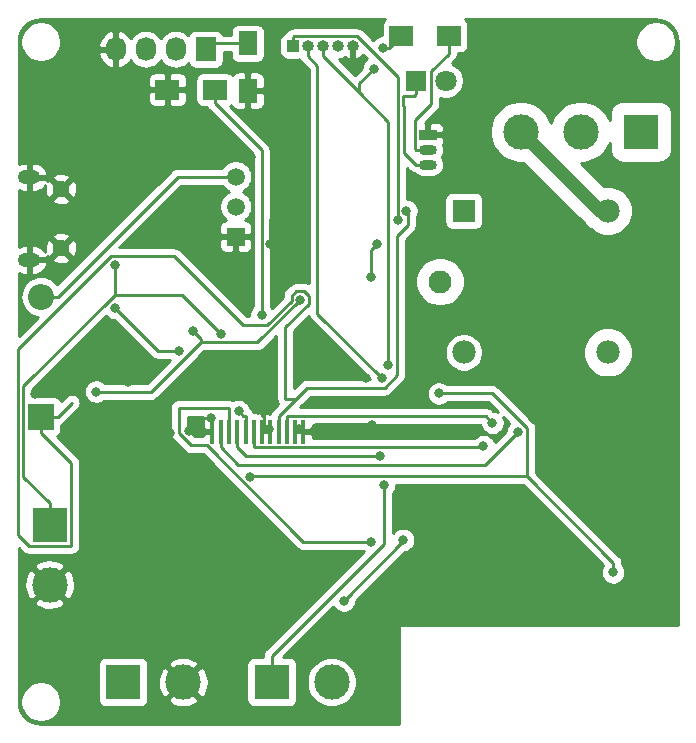
<source format=gbr>
G04 #@! TF.GenerationSoftware,KiCad,Pcbnew,(5.1.2)-1*
G04 #@! TF.CreationDate,2019-08-14T03:07:58+02:00*
G04 #@! TF.ProjectId,SmokESP8266,536d6f6b-4553-4503-9832-36362e6b6963,rev?*
G04 #@! TF.SameCoordinates,Original*
G04 #@! TF.FileFunction,Copper,L2,Bot*
G04 #@! TF.FilePolarity,Positive*
%FSLAX46Y46*%
G04 Gerber Fmt 4.6, Leading zero omitted, Abs format (unit mm)*
G04 Created by KiCad (PCBNEW (5.1.2)-1) date 2019-08-14 03:07:58*
%MOMM*%
%LPD*%
G04 APERTURE LIST*
%ADD10C,3.000000*%
%ADD11R,3.000000X3.000000*%
%ADD12R,1.980000X1.980000*%
%ADD13C,1.935000*%
%ADD14C,1.980000*%
%ADD15O,2.200000X2.200000*%
%ADD16R,2.200000X2.200000*%
%ADD17R,1.520000X1.520000*%
%ADD18C,1.520000*%
%ADD19R,2.000000X1.700000*%
%ADD20R,0.350000X2.000000*%
%ADD21O,1.900000X1.200000*%
%ADD22C,1.450000*%
%ADD23O,1.000000X1.000000*%
%ADD24R,1.000000X1.000000*%
%ADD25R,1.600000X2.000000*%
%ADD26O,1.727200X2.032000*%
%ADD27R,1.727200X2.032000*%
%ADD28C,1.800000*%
%ADD29R,1.800000X1.800000*%
%ADD30R,1.500000X0.900000*%
%ADD31O,1.500000X0.900000*%
%ADD32C,0.800000*%
%ADD33C,0.250000*%
%ADD34C,1.200000*%
%ADD35C,0.254000*%
G04 APERTURE END LIST*
D10*
X123190000Y-81280000D03*
X128270000Y-81280000D03*
D11*
X133350000Y-81280000D03*
D12*
X118360000Y-87980000D03*
D13*
X116360000Y-93980000D03*
D14*
X118360000Y-99980000D03*
X130560000Y-99980000D03*
X130560000Y-87980000D03*
D15*
X82550000Y-95250000D03*
D16*
X82550000Y-105410000D03*
D17*
X99060000Y-90170000D03*
D18*
X99060000Y-85090000D03*
X99060000Y-87630000D03*
D19*
X97282000Y-77724000D03*
X93282000Y-77724000D03*
D20*
X104790000Y-106680000D03*
X104090000Y-106680000D03*
X103390000Y-106680000D03*
X102690000Y-106680000D03*
X101990000Y-106680000D03*
X101290000Y-106680000D03*
X100590000Y-106680000D03*
X99890000Y-106680000D03*
X99190000Y-106680000D03*
X98490000Y-106680000D03*
X97790000Y-106680000D03*
X97090000Y-106680000D03*
D11*
X102108000Y-127889000D03*
D10*
X107188000Y-127889000D03*
X83312000Y-119634000D03*
D11*
X83312000Y-114554000D03*
D21*
X81565000Y-92146000D03*
X81565000Y-85146000D03*
D22*
X84265000Y-91146000D03*
X84265000Y-86146000D03*
D23*
X108966000Y-74041000D03*
X107696000Y-74041000D03*
X106426000Y-74041000D03*
X105156000Y-74041000D03*
D24*
X103886000Y-74041000D03*
D10*
X94615000Y-127889000D03*
D11*
X89535000Y-127889000D03*
D25*
X100076000Y-77819000D03*
X100076000Y-73819000D03*
D26*
X88908000Y-74303000D03*
X91448000Y-74303000D03*
X93988000Y-74303000D03*
D27*
X96528000Y-74303000D03*
D28*
X116840000Y-76962000D03*
D29*
X114300000Y-76962000D03*
D30*
X115316000Y-81534000D03*
D31*
X115316000Y-84074000D03*
X115316000Y-82804000D03*
D19*
X113094000Y-73152000D03*
X117094000Y-73152000D03*
D32*
X113501000Y-87980000D03*
X93980000Y-81280000D03*
X93121397Y-77563397D03*
X102997000Y-87697400D03*
X101981000Y-90805000D03*
X97600000Y-81280000D03*
X100330000Y-83439000D03*
X89901000Y-102474000D03*
X82042000Y-103505000D03*
X95472000Y-110744000D03*
X96979000Y-105537000D03*
X95064153Y-106611847D03*
X93472000Y-106807000D03*
X110617000Y-106079700D03*
X105950000Y-100330000D03*
X110093710Y-102165915D03*
X125857000Y-110617000D03*
X130175000Y-104090000D03*
X115460000Y-122090000D03*
X122428000Y-118491000D03*
X122809000Y-121666000D03*
X101600000Y-104394000D03*
X101914998Y-106427290D03*
X104394000Y-106426000D03*
X88843100Y-92571200D03*
X97779300Y-98377100D03*
X101245900Y-96786800D03*
X110538600Y-116005400D03*
X111260900Y-108763900D03*
X99297000Y-104948300D03*
X122965000Y-106680000D03*
X120786900Y-105933300D03*
X120034200Y-107906100D03*
X111990600Y-101022600D03*
X110744000Y-75946000D03*
X111506000Y-74168000D03*
X111448700Y-102152400D03*
X110490000Y-93599000D03*
X110998000Y-90805000D03*
X112776000Y-88773000D03*
X116247700Y-103440700D03*
X100290600Y-110489900D03*
X131021900Y-118596800D03*
X88815900Y-96195100D03*
X94283300Y-99868600D03*
X104507700Y-95521200D03*
X95431300Y-98122900D03*
X87242900Y-103302000D03*
X111610300Y-111204000D03*
X113243100Y-115847200D03*
X108221500Y-120983300D03*
D33*
X83975300Y-105410000D02*
X85162500Y-104222800D01*
X102690000Y-106680000D02*
X102690000Y-105354700D01*
X82550000Y-105410000D02*
X83975300Y-105410000D01*
X113608051Y-89217151D02*
X113608051Y-88087051D01*
X113608051Y-88087051D02*
X113501000Y-87980000D01*
X105087200Y-102957500D02*
X111675200Y-102957500D01*
X111675200Y-102957500D02*
X112715601Y-101917099D01*
X112715601Y-101917099D02*
X112715601Y-90109601D01*
X112715601Y-90109601D02*
X113608051Y-89217151D01*
X104149350Y-103895350D02*
X105087200Y-102957500D01*
X102690000Y-105354700D02*
X104149350Y-103895350D01*
X82550000Y-106760000D02*
X82550000Y-105410000D01*
X85137001Y-116314001D02*
X85137001Y-109347001D01*
X85072001Y-116379001D02*
X85137001Y-116314001D01*
X81551999Y-116379001D02*
X85072001Y-116379001D01*
X80629190Y-115456192D02*
X81551999Y-116379001D01*
X80629190Y-99712108D02*
X80629190Y-115456192D01*
X93867709Y-91846199D02*
X88495099Y-91846199D01*
X99673609Y-97652099D02*
X93867709Y-91846199D01*
X101740391Y-97652099D02*
X99673609Y-97652099D01*
X103782699Y-95609791D02*
X101740391Y-97652099D01*
X103782699Y-95173199D02*
X103782699Y-95609791D01*
X88495099Y-91846199D02*
X80629190Y-99712108D01*
X104159699Y-94796199D02*
X103782699Y-95173199D01*
X104855701Y-94796199D02*
X104159699Y-94796199D01*
X105232701Y-95173199D02*
X104855701Y-94796199D01*
X85137001Y-109347001D02*
X82550000Y-106760000D01*
X105232701Y-95869201D02*
X105232701Y-95173199D01*
X103260350Y-97841552D02*
X105232701Y-95869201D01*
X103260350Y-103895350D02*
X103260350Y-97841552D01*
X104149350Y-103895350D02*
X103260350Y-103895350D01*
X97012000Y-73819000D02*
X96528000Y-74303000D01*
X100076000Y-73819000D02*
X97012000Y-73819000D01*
X82550000Y-95250000D02*
X83975300Y-95250000D01*
X99060000Y-85090000D02*
X94135300Y-85090000D01*
X94135300Y-85090000D02*
X83975300Y-95250000D01*
X93282000Y-77724000D02*
X93282000Y-80582000D01*
X93282000Y-80582000D02*
X93980000Y-81280000D01*
X83265000Y-92146000D02*
X81565000Y-92146000D01*
X84265000Y-91146000D02*
X83265000Y-92146000D01*
X83265000Y-85146000D02*
X81565000Y-85146000D01*
X84265000Y-86146000D02*
X83265000Y-85146000D01*
X102997000Y-87697400D02*
X101981000Y-88713400D01*
X101981000Y-88713400D02*
X101981000Y-90805000D01*
X99959000Y-83439000D02*
X100330000Y-83439000D01*
X97600000Y-81280000D02*
X97800000Y-81280000D01*
X97800000Y-81280000D02*
X99959000Y-83439000D01*
X89001000Y-102474000D02*
X88127000Y-101600000D01*
X89901000Y-102474000D02*
X89001000Y-102474000D01*
X88127000Y-101600000D02*
X86233000Y-101600000D01*
X84390000Y-103505000D02*
X82042000Y-103505000D01*
X86233000Y-101600000D02*
X86233000Y-101662000D01*
X86233000Y-101662000D02*
X84390000Y-103505000D01*
X84811999Y-118134001D02*
X87605999Y-118134001D01*
X83312000Y-119634000D02*
X84811999Y-118134001D01*
X87605999Y-118134001D02*
X92456000Y-113284000D01*
X92456000Y-113284000D02*
X92932000Y-113284000D01*
X92932000Y-113284000D02*
X95472000Y-110744000D01*
X97090000Y-106680000D02*
X97090000Y-105648000D01*
X97090000Y-105648000D02*
X96979000Y-105537000D01*
X96979000Y-105537000D02*
X96139000Y-105537000D01*
X96139000Y-105537000D02*
X95064153Y-106611847D01*
X95272000Y-110744000D02*
X95472000Y-110744000D01*
X93472000Y-108944000D02*
X95272000Y-110744000D01*
X93472000Y-106807000D02*
X93472000Y-108944000D01*
X104090000Y-106680000D02*
X104790000Y-106680000D01*
X105215000Y-106680000D02*
X105850000Y-106045000D01*
X104790000Y-106680000D02*
X105215000Y-106680000D01*
X105850000Y-106045000D02*
X110582300Y-106045000D01*
X110582300Y-106045000D02*
X110617000Y-106079700D01*
X107985915Y-102165915D02*
X110093710Y-102165915D01*
X105950000Y-100330000D02*
X106150000Y-100330000D01*
X106150000Y-100330000D02*
X107985915Y-102165915D01*
X126256999Y-110217001D02*
X127780999Y-110217001D01*
X125857000Y-110617000D02*
X126256999Y-110217001D01*
X127780999Y-110217001D02*
X130175000Y-107823000D01*
X130175000Y-107823000D02*
X130175000Y-104090000D01*
X115460000Y-122090000D02*
X118829000Y-122090000D01*
X118829000Y-122090000D02*
X122428000Y-118491000D01*
X122809000Y-118872000D02*
X122428000Y-118491000D01*
X122809000Y-121666000D02*
X122809000Y-118872000D01*
X101473000Y-105086685D02*
X101473000Y-106680000D01*
X101600000Y-104959685D02*
X101473000Y-105086685D01*
X101600000Y-104394000D02*
X101600000Y-104959685D01*
X101290000Y-106680000D02*
X101473000Y-106680000D01*
X101473000Y-106680000D02*
X101990000Y-106680000D01*
X101990000Y-106680000D02*
X101990000Y-106502292D01*
X101990000Y-106502292D02*
X101914998Y-106427290D01*
X88843100Y-95081900D02*
X94484100Y-95081900D01*
X94484100Y-95081900D02*
X97779300Y-98377100D01*
X83312000Y-112728700D02*
X81079200Y-110495900D01*
X81079200Y-110495900D02*
X81079200Y-102845800D01*
X81079200Y-102845800D02*
X88843100Y-95081900D01*
X88843100Y-95081900D02*
X88843100Y-92571200D01*
X83312000Y-114554000D02*
X83312000Y-112728700D01*
X97282000Y-77724000D02*
X97282000Y-78899300D01*
X97282000Y-78899300D02*
X101245900Y-82863200D01*
X101245900Y-82863200D02*
X101245900Y-96786800D01*
D34*
X129890000Y-87980000D02*
X123190000Y-81280000D01*
X130560000Y-87980000D02*
X129890000Y-87980000D01*
D33*
X104746700Y-116005400D02*
X110538600Y-116005400D01*
X96589600Y-107848300D02*
X104746700Y-116005400D01*
X98449810Y-104672810D02*
X94234000Y-104672810D01*
X98490000Y-104713000D02*
X98449810Y-104672810D01*
X94234000Y-104672810D02*
X94234000Y-106807000D01*
X98490000Y-106680000D02*
X98490000Y-104713000D01*
X94234000Y-106807000D02*
X95275300Y-107848300D01*
X95275300Y-107848300D02*
X96589600Y-107848300D01*
X99190000Y-106680000D02*
X99190000Y-108005300D01*
X99190000Y-108005300D02*
X99948600Y-108763900D01*
X99948600Y-108763900D02*
X111260900Y-108763900D01*
X99890000Y-106680000D02*
X99890000Y-105354700D01*
X99890000Y-105354700D02*
X99703400Y-105354700D01*
X99703400Y-105354700D02*
X99297000Y-104948300D01*
X97790000Y-106680000D02*
X97790000Y-108005300D01*
X97790000Y-108005300D02*
X99287700Y-109503000D01*
X99287700Y-109503000D02*
X120142000Y-109503000D01*
X120142000Y-109503000D02*
X122965000Y-106680000D01*
X103390000Y-106680000D02*
X103390000Y-105354700D01*
X103390000Y-105354700D02*
X120208300Y-105354700D01*
X120208300Y-105354700D02*
X120786900Y-105933300D01*
X100590000Y-106680000D02*
X100590000Y-108005300D01*
X100590000Y-108005300D02*
X119935000Y-108005300D01*
X119935000Y-108005300D02*
X120034200Y-107906100D01*
X106426000Y-74041000D02*
X106426000Y-74866300D01*
X111990600Y-80430900D02*
X111990600Y-101022600D01*
X109505850Y-77184150D02*
X110744000Y-75946000D01*
X109505850Y-77946150D02*
X109505850Y-77184150D01*
X109505850Y-77946150D02*
X111990600Y-80430900D01*
X106426000Y-74866300D02*
X109505850Y-77946150D01*
X112078000Y-74168000D02*
X113094000Y-73152000D01*
X111506000Y-74168000D02*
X112078000Y-74168000D01*
X105156000Y-74041000D02*
X105156000Y-74866300D01*
X105156000Y-74866300D02*
X105981300Y-75691600D01*
X105981300Y-75691600D02*
X105981300Y-96685000D01*
X105981300Y-96685000D02*
X111448700Y-102152400D01*
X110490000Y-93599000D02*
X110490000Y-91313000D01*
X110490000Y-91313000D02*
X110998000Y-90805000D01*
X103886000Y-73291000D02*
X103886000Y-74041000D01*
X103961001Y-73215999D02*
X103886000Y-73291000D01*
X109362001Y-73215999D02*
X103961001Y-73215999D01*
X112776000Y-76629998D02*
X109362001Y-73215999D01*
X112776000Y-88773000D02*
X112776000Y-76629998D01*
X123735600Y-110478700D02*
X100301800Y-110478700D01*
X100301800Y-110478700D02*
X100290600Y-110489900D01*
X131021900Y-118596800D02*
X131021900Y-117765000D01*
X131021900Y-117765000D02*
X123735600Y-110478700D01*
X116247700Y-103440700D02*
X120763500Y-103440700D01*
X120763500Y-103440700D02*
X123735600Y-106412800D01*
X123735600Y-106412800D02*
X123735600Y-110478700D01*
X88815900Y-96195100D02*
X92489300Y-99868500D01*
X92489300Y-99868500D02*
X94283300Y-99868500D01*
X94283300Y-99868500D02*
X94283300Y-99868600D01*
X96108700Y-99084300D02*
X96159900Y-99135500D01*
X96159900Y-99135500D02*
X100893400Y-99135500D01*
X100893400Y-99135500D02*
X104507700Y-95521200D01*
X96108700Y-99084300D02*
X96108700Y-98800300D01*
X96108700Y-98800300D02*
X95431300Y-98122900D01*
X87242900Y-103302000D02*
X91891000Y-103302000D01*
X91891000Y-103302000D02*
X96108700Y-99084300D01*
X102108000Y-127889000D02*
X102108000Y-125661500D01*
X102108000Y-125661500D02*
X111610300Y-116159200D01*
X111610300Y-116159200D02*
X111610300Y-111204000D01*
X108221500Y-120983300D02*
X113243100Y-115961700D01*
X113243100Y-115961700D02*
X113243100Y-115847200D01*
X114316000Y-84074000D02*
X113300000Y-83058000D01*
X115316000Y-84074000D02*
X114316000Y-84074000D01*
X113300000Y-82820000D02*
X113284000Y-82804000D01*
X113300000Y-83058000D02*
X113300000Y-82820000D01*
X113284000Y-79128000D02*
X113226010Y-79070010D01*
X113284000Y-82804000D02*
X113284000Y-79128000D01*
X113226010Y-79070010D02*
X113226010Y-78289990D01*
X113226010Y-78289990D02*
X113284000Y-78232000D01*
X114300000Y-78112000D02*
X114300000Y-76962000D01*
X114180000Y-78232000D02*
X114300000Y-78112000D01*
X113284000Y-78232000D02*
X114180000Y-78232000D01*
X114316000Y-82804000D02*
X115316000Y-82804000D01*
X117094000Y-73152000D02*
X117094000Y-74676000D01*
X117094000Y-74676000D02*
X115614999Y-76155001D01*
X115614999Y-76155001D02*
X115614999Y-78949001D01*
X115614999Y-78949001D02*
X114240999Y-80323001D01*
X114240999Y-80323001D02*
X114240999Y-82728999D01*
X114240999Y-82728999D02*
X114316000Y-82804000D01*
D35*
G36*
X134984545Y-71818909D02*
G01*
X135335208Y-71924780D01*
X135658625Y-72096744D01*
X135942484Y-72328254D01*
X136175965Y-72610486D01*
X136350183Y-72932695D01*
X136458502Y-73282614D01*
X136500001Y-73677452D01*
X136500000Y-123063000D01*
X113030000Y-123063000D01*
X113005224Y-123065440D01*
X112981399Y-123072667D01*
X112959443Y-123084403D01*
X112940197Y-123100197D01*
X112924403Y-123119443D01*
X112912667Y-123141399D01*
X112905440Y-123165224D01*
X112903000Y-123190000D01*
X112903000Y-131420000D01*
X82582279Y-131420000D01*
X82185455Y-131381091D01*
X81834794Y-131275220D01*
X81511377Y-131103257D01*
X81227518Y-130871748D01*
X80994035Y-130589514D01*
X80819816Y-130267304D01*
X80711498Y-129917385D01*
X80670000Y-129522557D01*
X80670000Y-129369117D01*
X80815000Y-129369117D01*
X80815000Y-129710883D01*
X80881675Y-130046081D01*
X81012463Y-130361831D01*
X81202337Y-130645998D01*
X81444002Y-130887663D01*
X81728169Y-131077537D01*
X82043919Y-131208325D01*
X82379117Y-131275000D01*
X82720883Y-131275000D01*
X83056081Y-131208325D01*
X83371831Y-131077537D01*
X83655998Y-130887663D01*
X83897663Y-130645998D01*
X84087537Y-130361831D01*
X84218325Y-130046081D01*
X84285000Y-129710883D01*
X84285000Y-129369117D01*
X84218325Y-129033919D01*
X84087537Y-128718169D01*
X83897663Y-128434002D01*
X83655998Y-128192337D01*
X83371831Y-128002463D01*
X83056081Y-127871675D01*
X82720883Y-127805000D01*
X82379117Y-127805000D01*
X82043919Y-127871675D01*
X81728169Y-128002463D01*
X81444002Y-128192337D01*
X81202337Y-128434002D01*
X81012463Y-128718169D01*
X80881675Y-129033919D01*
X80815000Y-129369117D01*
X80670000Y-129369117D01*
X80670000Y-126389000D01*
X87396928Y-126389000D01*
X87396928Y-129389000D01*
X87409188Y-129513482D01*
X87445498Y-129633180D01*
X87504463Y-129743494D01*
X87583815Y-129840185D01*
X87680506Y-129919537D01*
X87790820Y-129978502D01*
X87910518Y-130014812D01*
X88035000Y-130027072D01*
X91035000Y-130027072D01*
X91159482Y-130014812D01*
X91279180Y-129978502D01*
X91389494Y-129919537D01*
X91486185Y-129840185D01*
X91565537Y-129743494D01*
X91624502Y-129633180D01*
X91660812Y-129513482D01*
X91673072Y-129389000D01*
X91673072Y-129380653D01*
X93302952Y-129380653D01*
X93458962Y-129696214D01*
X93833745Y-129887020D01*
X94238551Y-130001044D01*
X94657824Y-130033902D01*
X95075451Y-129984334D01*
X95475383Y-129854243D01*
X95771038Y-129696214D01*
X95927048Y-129380653D01*
X94615000Y-128068605D01*
X93302952Y-129380653D01*
X91673072Y-129380653D01*
X91673072Y-127931824D01*
X92470098Y-127931824D01*
X92519666Y-128349451D01*
X92649757Y-128749383D01*
X92807786Y-129045038D01*
X93123347Y-129201048D01*
X94435395Y-127889000D01*
X94794605Y-127889000D01*
X96106653Y-129201048D01*
X96422214Y-129045038D01*
X96613020Y-128670255D01*
X96727044Y-128265449D01*
X96759902Y-127846176D01*
X96710334Y-127428549D01*
X96580243Y-127028617D01*
X96422214Y-126732962D01*
X96106653Y-126576952D01*
X94794605Y-127889000D01*
X94435395Y-127889000D01*
X93123347Y-126576952D01*
X92807786Y-126732962D01*
X92616980Y-127107745D01*
X92502956Y-127512551D01*
X92470098Y-127931824D01*
X91673072Y-127931824D01*
X91673072Y-126397347D01*
X93302952Y-126397347D01*
X94615000Y-127709395D01*
X95927048Y-126397347D01*
X95771038Y-126081786D01*
X95396255Y-125890980D01*
X94991449Y-125776956D01*
X94572176Y-125744098D01*
X94154549Y-125793666D01*
X93754617Y-125923757D01*
X93458962Y-126081786D01*
X93302952Y-126397347D01*
X91673072Y-126397347D01*
X91673072Y-126389000D01*
X91660812Y-126264518D01*
X91624502Y-126144820D01*
X91565537Y-126034506D01*
X91486185Y-125937815D01*
X91389494Y-125858463D01*
X91279180Y-125799498D01*
X91159482Y-125763188D01*
X91035000Y-125750928D01*
X88035000Y-125750928D01*
X87910518Y-125763188D01*
X87790820Y-125799498D01*
X87680506Y-125858463D01*
X87583815Y-125937815D01*
X87504463Y-126034506D01*
X87445498Y-126144820D01*
X87409188Y-126264518D01*
X87396928Y-126389000D01*
X80670000Y-126389000D01*
X80670000Y-121125653D01*
X81999952Y-121125653D01*
X82155962Y-121441214D01*
X82530745Y-121632020D01*
X82935551Y-121746044D01*
X83354824Y-121778902D01*
X83772451Y-121729334D01*
X84172383Y-121599243D01*
X84468038Y-121441214D01*
X84624048Y-121125653D01*
X83312000Y-119813605D01*
X81999952Y-121125653D01*
X80670000Y-121125653D01*
X80670000Y-119676824D01*
X81167098Y-119676824D01*
X81216666Y-120094451D01*
X81346757Y-120494383D01*
X81504786Y-120790038D01*
X81820347Y-120946048D01*
X83132395Y-119634000D01*
X83491605Y-119634000D01*
X84803653Y-120946048D01*
X85119214Y-120790038D01*
X85310020Y-120415255D01*
X85424044Y-120010449D01*
X85456902Y-119591176D01*
X85407334Y-119173549D01*
X85277243Y-118773617D01*
X85119214Y-118477962D01*
X84803653Y-118321952D01*
X83491605Y-119634000D01*
X83132395Y-119634000D01*
X81820347Y-118321952D01*
X81504786Y-118477962D01*
X81313980Y-118852745D01*
X81199956Y-119257551D01*
X81167098Y-119676824D01*
X80670000Y-119676824D01*
X80670000Y-118142347D01*
X81999952Y-118142347D01*
X83312000Y-119454395D01*
X84624048Y-118142347D01*
X84468038Y-117826786D01*
X84093255Y-117635980D01*
X83688449Y-117521956D01*
X83269176Y-117489098D01*
X82851549Y-117538666D01*
X82451617Y-117668757D01*
X82155962Y-117826786D01*
X81999952Y-118142347D01*
X80670000Y-118142347D01*
X80670000Y-116571804D01*
X80988200Y-116890004D01*
X81011998Y-116919002D01*
X81040996Y-116942800D01*
X81127722Y-117013975D01*
X81212807Y-117059454D01*
X81259752Y-117084547D01*
X81403013Y-117128004D01*
X81514666Y-117139001D01*
X81514676Y-117139001D01*
X81551998Y-117142677D01*
X81589321Y-117139001D01*
X85034679Y-117139001D01*
X85072001Y-117142677D01*
X85109323Y-117139001D01*
X85109334Y-117139001D01*
X85220987Y-117128004D01*
X85364248Y-117084547D01*
X85496277Y-117013975D01*
X85612002Y-116919002D01*
X85635805Y-116889998D01*
X85647999Y-116877804D01*
X85677002Y-116854002D01*
X85771975Y-116738277D01*
X85842547Y-116606248D01*
X85886004Y-116462987D01*
X85897001Y-116351334D01*
X85897001Y-116351323D01*
X85900677Y-116314001D01*
X85897001Y-116276678D01*
X85897001Y-109384324D01*
X85900677Y-109347001D01*
X85897001Y-109309678D01*
X85897001Y-109309668D01*
X85886004Y-109198015D01*
X85842547Y-109054754D01*
X85809002Y-108991997D01*
X85771975Y-108922724D01*
X85700800Y-108835998D01*
X85677002Y-108807000D01*
X85648004Y-108783202D01*
X83939877Y-107075076D01*
X84004494Y-107040537D01*
X84101185Y-106961185D01*
X84180537Y-106864494D01*
X84239502Y-106754180D01*
X84275812Y-106634482D01*
X84288072Y-106510000D01*
X84288072Y-106104575D01*
X84399576Y-106044974D01*
X84515301Y-105950001D01*
X84539104Y-105920997D01*
X85726299Y-104733803D01*
X85797473Y-104647077D01*
X85868045Y-104515047D01*
X85911502Y-104371787D01*
X85926176Y-104222801D01*
X85911502Y-104073815D01*
X85868045Y-103930554D01*
X85797473Y-103798525D01*
X85702500Y-103682800D01*
X85586775Y-103587827D01*
X85454746Y-103517255D01*
X85311485Y-103473798D01*
X85162499Y-103459124D01*
X85013513Y-103473798D01*
X84870253Y-103517255D01*
X84738223Y-103587827D01*
X84651497Y-103659001D01*
X84240707Y-104069792D01*
X84239502Y-104065820D01*
X84180537Y-103955506D01*
X84101185Y-103858815D01*
X84004494Y-103779463D01*
X83894180Y-103720498D01*
X83774482Y-103684188D01*
X83650000Y-103671928D01*
X81839200Y-103671928D01*
X81839200Y-103160601D01*
X88078445Y-96921356D01*
X88156126Y-96999037D01*
X88325644Y-97112305D01*
X88514002Y-97190326D01*
X88713961Y-97230100D01*
X88776099Y-97230100D01*
X91925501Y-100379503D01*
X91949299Y-100408501D01*
X91978297Y-100432299D01*
X92065023Y-100503474D01*
X92119035Y-100532344D01*
X92197053Y-100574046D01*
X92340314Y-100617503D01*
X92451967Y-100628500D01*
X92451976Y-100628500D01*
X92489299Y-100632176D01*
X92526622Y-100628500D01*
X93489698Y-100628500D01*
X91576199Y-102542000D01*
X87946611Y-102542000D01*
X87902674Y-102498063D01*
X87733156Y-102384795D01*
X87544798Y-102306774D01*
X87344839Y-102267000D01*
X87140961Y-102267000D01*
X86941002Y-102306774D01*
X86752644Y-102384795D01*
X86583126Y-102498063D01*
X86438963Y-102642226D01*
X86325695Y-102811744D01*
X86247674Y-103000102D01*
X86207900Y-103200061D01*
X86207900Y-103403939D01*
X86247674Y-103603898D01*
X86325695Y-103792256D01*
X86438963Y-103961774D01*
X86583126Y-104105937D01*
X86752644Y-104219205D01*
X86941002Y-104297226D01*
X87140961Y-104337000D01*
X87344839Y-104337000D01*
X87544798Y-104297226D01*
X87733156Y-104219205D01*
X87902674Y-104105937D01*
X87946611Y-104062000D01*
X91853678Y-104062000D01*
X91891000Y-104065676D01*
X91928322Y-104062000D01*
X91928333Y-104062000D01*
X92039986Y-104051003D01*
X92183247Y-104007546D01*
X92315276Y-103936974D01*
X92431001Y-103842001D01*
X92454804Y-103812997D01*
X96372302Y-99895500D01*
X100856078Y-99895500D01*
X100893400Y-99899176D01*
X100930722Y-99895500D01*
X100930733Y-99895500D01*
X101042386Y-99884503D01*
X101185647Y-99841046D01*
X101317676Y-99770474D01*
X101433401Y-99675501D01*
X101457204Y-99646497D01*
X102500351Y-98603350D01*
X102500350Y-103858017D01*
X102496673Y-103895350D01*
X102511347Y-104044336D01*
X102554804Y-104187597D01*
X102625376Y-104319626D01*
X102636598Y-104333300D01*
X102178998Y-104790901D01*
X102150000Y-104814699D01*
X102126202Y-104843697D01*
X102126201Y-104843698D01*
X102055026Y-104930424D01*
X101984454Y-105062454D01*
X101975042Y-105093483D01*
X101941688Y-105203438D01*
X101783250Y-105045000D01*
X101682987Y-105055734D01*
X101640000Y-105069342D01*
X101597013Y-105055734D01*
X101496750Y-105045000D01*
X101338000Y-105203750D01*
X101338000Y-105259776D01*
X101290390Y-105319235D01*
X101242000Y-105260271D01*
X101242000Y-105203750D01*
X101083250Y-105045000D01*
X100982987Y-105055734D01*
X100939724Y-105069429D01*
X100889482Y-105054188D01*
X100765000Y-105041928D01*
X100584575Y-105041928D01*
X100524974Y-104930424D01*
X100430001Y-104814699D01*
X100314276Y-104719726D01*
X100305923Y-104715261D01*
X100292226Y-104646402D01*
X100214205Y-104458044D01*
X100100937Y-104288526D01*
X99956774Y-104144363D01*
X99787256Y-104031095D01*
X99598898Y-103953074D01*
X99398939Y-103913300D01*
X99195061Y-103913300D01*
X98995102Y-103953074D01*
X98837579Y-104018322D01*
X98742057Y-103967264D01*
X98598796Y-103923807D01*
X98487143Y-103912810D01*
X98487132Y-103912810D01*
X98449810Y-103909134D01*
X98412488Y-103912810D01*
X94271333Y-103912810D01*
X94234000Y-103909133D01*
X94196667Y-103912810D01*
X94085014Y-103923807D01*
X93941753Y-103967264D01*
X93809724Y-104037836D01*
X93693999Y-104132809D01*
X93599026Y-104248534D01*
X93528454Y-104380563D01*
X93484997Y-104523824D01*
X93470323Y-104672810D01*
X93474000Y-104710143D01*
X93474001Y-106769668D01*
X93470324Y-106807000D01*
X93474001Y-106844333D01*
X93484998Y-106955986D01*
X93489931Y-106972247D01*
X93528454Y-107099246D01*
X93599026Y-107231276D01*
X93655225Y-107299754D01*
X93694000Y-107347001D01*
X93722998Y-107370799D01*
X94711500Y-108359302D01*
X94735299Y-108388301D01*
X94764297Y-108412099D01*
X94851024Y-108483274D01*
X94983053Y-108553846D01*
X95126314Y-108597303D01*
X95275300Y-108611977D01*
X95312633Y-108608300D01*
X96274799Y-108608300D01*
X104182905Y-116516408D01*
X104206699Y-116545401D01*
X104235692Y-116569195D01*
X104235696Y-116569199D01*
X104254386Y-116584537D01*
X104322424Y-116640374D01*
X104454453Y-116710946D01*
X104597714Y-116754403D01*
X104709367Y-116765400D01*
X104709376Y-116765400D01*
X104746699Y-116769076D01*
X104784022Y-116765400D01*
X109834889Y-116765400D01*
X109878826Y-116809337D01*
X109882744Y-116811955D01*
X101596998Y-125097701D01*
X101568000Y-125121499D01*
X101544202Y-125150497D01*
X101544201Y-125150498D01*
X101473026Y-125237224D01*
X101402454Y-125369254D01*
X101389475Y-125412042D01*
X101358998Y-125512514D01*
X101351346Y-125590208D01*
X101344324Y-125661500D01*
X101348001Y-125698832D01*
X101348001Y-125750928D01*
X100608000Y-125750928D01*
X100483518Y-125763188D01*
X100363820Y-125799498D01*
X100253506Y-125858463D01*
X100156815Y-125937815D01*
X100077463Y-126034506D01*
X100018498Y-126144820D01*
X99982188Y-126264518D01*
X99969928Y-126389000D01*
X99969928Y-129389000D01*
X99982188Y-129513482D01*
X100018498Y-129633180D01*
X100077463Y-129743494D01*
X100156815Y-129840185D01*
X100253506Y-129919537D01*
X100363820Y-129978502D01*
X100483518Y-130014812D01*
X100608000Y-130027072D01*
X103608000Y-130027072D01*
X103732482Y-130014812D01*
X103852180Y-129978502D01*
X103962494Y-129919537D01*
X104059185Y-129840185D01*
X104138537Y-129743494D01*
X104197502Y-129633180D01*
X104233812Y-129513482D01*
X104246072Y-129389000D01*
X104246072Y-127678721D01*
X105053000Y-127678721D01*
X105053000Y-128099279D01*
X105135047Y-128511756D01*
X105295988Y-128900302D01*
X105529637Y-129249983D01*
X105827017Y-129547363D01*
X106176698Y-129781012D01*
X106565244Y-129941953D01*
X106977721Y-130024000D01*
X107398279Y-130024000D01*
X107810756Y-129941953D01*
X108199302Y-129781012D01*
X108548983Y-129547363D01*
X108846363Y-129249983D01*
X109080012Y-128900302D01*
X109240953Y-128511756D01*
X109323000Y-128099279D01*
X109323000Y-127678721D01*
X109240953Y-127266244D01*
X109080012Y-126877698D01*
X108846363Y-126528017D01*
X108548983Y-126230637D01*
X108199302Y-125996988D01*
X107810756Y-125836047D01*
X107398279Y-125754000D01*
X106977721Y-125754000D01*
X106565244Y-125836047D01*
X106176698Y-125996988D01*
X105827017Y-126230637D01*
X105529637Y-126528017D01*
X105295988Y-126877698D01*
X105135047Y-127266244D01*
X105053000Y-127678721D01*
X104246072Y-127678721D01*
X104246072Y-126389000D01*
X104233812Y-126264518D01*
X104197502Y-126144820D01*
X104138537Y-126034506D01*
X104059185Y-125937815D01*
X103962494Y-125858463D01*
X103852180Y-125799498D01*
X103732482Y-125763188D01*
X103608000Y-125750928D01*
X103093373Y-125750928D01*
X107330911Y-121513390D01*
X107417563Y-121643074D01*
X107561726Y-121787237D01*
X107731244Y-121900505D01*
X107919602Y-121978526D01*
X108119561Y-122018300D01*
X108323439Y-122018300D01*
X108523398Y-121978526D01*
X108711756Y-121900505D01*
X108881274Y-121787237D01*
X109025437Y-121643074D01*
X109138705Y-121473556D01*
X109216726Y-121285198D01*
X109256500Y-121085239D01*
X109256500Y-121023101D01*
X113410404Y-116869198D01*
X113544998Y-116842426D01*
X113733356Y-116764405D01*
X113902874Y-116651137D01*
X114047037Y-116506974D01*
X114160305Y-116337456D01*
X114238326Y-116149098D01*
X114278100Y-115949139D01*
X114278100Y-115745261D01*
X114238326Y-115545302D01*
X114160305Y-115356944D01*
X114047037Y-115187426D01*
X113902874Y-115043263D01*
X113733356Y-114929995D01*
X113544998Y-114851974D01*
X113345039Y-114812200D01*
X113141161Y-114812200D01*
X112941202Y-114851974D01*
X112752844Y-114929995D01*
X112583326Y-115043263D01*
X112439163Y-115187426D01*
X112370300Y-115290487D01*
X112370300Y-111907711D01*
X112414237Y-111863774D01*
X112527505Y-111694256D01*
X112605526Y-111505898D01*
X112645300Y-111305939D01*
X112645300Y-111238700D01*
X123420799Y-111238700D01*
X130178374Y-117996276D01*
X130104695Y-118106544D01*
X130026674Y-118294902D01*
X129986900Y-118494861D01*
X129986900Y-118698739D01*
X130026674Y-118898698D01*
X130104695Y-119087056D01*
X130217963Y-119256574D01*
X130362126Y-119400737D01*
X130531644Y-119514005D01*
X130720002Y-119592026D01*
X130919961Y-119631800D01*
X131123839Y-119631800D01*
X131323798Y-119592026D01*
X131512156Y-119514005D01*
X131681674Y-119400737D01*
X131825837Y-119256574D01*
X131939105Y-119087056D01*
X132017126Y-118898698D01*
X132056900Y-118698739D01*
X132056900Y-118494861D01*
X132017126Y-118294902D01*
X131939105Y-118106544D01*
X131825837Y-117937026D01*
X131781900Y-117893089D01*
X131781900Y-117802322D01*
X131785576Y-117764999D01*
X131781900Y-117727676D01*
X131781900Y-117727667D01*
X131770903Y-117616014D01*
X131727446Y-117472753D01*
X131656874Y-117340724D01*
X131561901Y-117224999D01*
X131532903Y-117201201D01*
X124495600Y-110163899D01*
X124495600Y-106450122D01*
X124499276Y-106412799D01*
X124495600Y-106375476D01*
X124495600Y-106375467D01*
X124484603Y-106263814D01*
X124441146Y-106120553D01*
X124405815Y-106054454D01*
X124370574Y-105988523D01*
X124299399Y-105901797D01*
X124275601Y-105872799D01*
X124246604Y-105849002D01*
X121327304Y-102929703D01*
X121303501Y-102900699D01*
X121187776Y-102805726D01*
X121055747Y-102735154D01*
X120912486Y-102691697D01*
X120800833Y-102680700D01*
X120800822Y-102680700D01*
X120763500Y-102677024D01*
X120726178Y-102680700D01*
X116951411Y-102680700D01*
X116907474Y-102636763D01*
X116737956Y-102523495D01*
X116549598Y-102445474D01*
X116349639Y-102405700D01*
X116145761Y-102405700D01*
X115945802Y-102445474D01*
X115757444Y-102523495D01*
X115587926Y-102636763D01*
X115443763Y-102780926D01*
X115330495Y-102950444D01*
X115252474Y-103138802D01*
X115212700Y-103338761D01*
X115212700Y-103542639D01*
X115252474Y-103742598D01*
X115330495Y-103930956D01*
X115443763Y-104100474D01*
X115587926Y-104244637D01*
X115757444Y-104357905D01*
X115945802Y-104435926D01*
X116145761Y-104475700D01*
X116349639Y-104475700D01*
X116549598Y-104435926D01*
X116737956Y-104357905D01*
X116907474Y-104244637D01*
X116951411Y-104200700D01*
X120448699Y-104200700D01*
X121254857Y-105006858D01*
X121088798Y-104938074D01*
X120888839Y-104898300D01*
X120826701Y-104898300D01*
X120772103Y-104843702D01*
X120748301Y-104814699D01*
X120632576Y-104719726D01*
X120500547Y-104649154D01*
X120357286Y-104605697D01*
X120245633Y-104594700D01*
X120245622Y-104594700D01*
X120208300Y-104591024D01*
X120170978Y-104594700D01*
X104524802Y-104594700D01*
X104660353Y-104459149D01*
X104689351Y-104435351D01*
X104713154Y-104406348D01*
X105402002Y-103717500D01*
X111637878Y-103717500D01*
X111675200Y-103721176D01*
X111712522Y-103717500D01*
X111712533Y-103717500D01*
X111824186Y-103706503D01*
X111967447Y-103663046D01*
X112099476Y-103592474D01*
X112215201Y-103497501D01*
X112239004Y-103468498D01*
X113226605Y-102480897D01*
X113255602Y-102457100D01*
X113350575Y-102341375D01*
X113421147Y-102209346D01*
X113464604Y-102066085D01*
X113475601Y-101954432D01*
X113475601Y-101954423D01*
X113479277Y-101917100D01*
X113475601Y-101879777D01*
X113475601Y-99819951D01*
X116735000Y-99819951D01*
X116735000Y-100140049D01*
X116797448Y-100453995D01*
X116919943Y-100749726D01*
X117097780Y-101015877D01*
X117324123Y-101242220D01*
X117590274Y-101420057D01*
X117886005Y-101542552D01*
X118199951Y-101605000D01*
X118520049Y-101605000D01*
X118833995Y-101542552D01*
X119129726Y-101420057D01*
X119395877Y-101242220D01*
X119622220Y-101015877D01*
X119800057Y-100749726D01*
X119922552Y-100453995D01*
X119985000Y-100140049D01*
X119985000Y-99819951D01*
X119975362Y-99771494D01*
X128443000Y-99771494D01*
X128443000Y-100188506D01*
X128524355Y-100597506D01*
X128683939Y-100982775D01*
X128915619Y-101329509D01*
X129210491Y-101624381D01*
X129557225Y-101856061D01*
X129942494Y-102015645D01*
X130351494Y-102097000D01*
X130768506Y-102097000D01*
X131177506Y-102015645D01*
X131562775Y-101856061D01*
X131909509Y-101624381D01*
X132204381Y-101329509D01*
X132436061Y-100982775D01*
X132595645Y-100597506D01*
X132677000Y-100188506D01*
X132677000Y-99771494D01*
X132595645Y-99362494D01*
X132436061Y-98977225D01*
X132204381Y-98630491D01*
X131909509Y-98335619D01*
X131562775Y-98103939D01*
X131177506Y-97944355D01*
X130768506Y-97863000D01*
X130351494Y-97863000D01*
X129942494Y-97944355D01*
X129557225Y-98103939D01*
X129210491Y-98335619D01*
X128915619Y-98630491D01*
X128683939Y-98977225D01*
X128524355Y-99362494D01*
X128443000Y-99771494D01*
X119975362Y-99771494D01*
X119922552Y-99506005D01*
X119800057Y-99210274D01*
X119622220Y-98944123D01*
X119395877Y-98717780D01*
X119129726Y-98539943D01*
X118833995Y-98417448D01*
X118520049Y-98355000D01*
X118199951Y-98355000D01*
X117886005Y-98417448D01*
X117590274Y-98539943D01*
X117324123Y-98717780D01*
X117097780Y-98944123D01*
X116919943Y-99210274D01*
X116797448Y-99506005D01*
X116735000Y-99819951D01*
X113475601Y-99819951D01*
X113475601Y-93773710D01*
X114265500Y-93773710D01*
X114265500Y-94186290D01*
X114345991Y-94590943D01*
X114503879Y-94972118D01*
X114733096Y-95315166D01*
X115024834Y-95606904D01*
X115367882Y-95836121D01*
X115749057Y-95994009D01*
X116153710Y-96074500D01*
X116566290Y-96074500D01*
X116970943Y-95994009D01*
X117352118Y-95836121D01*
X117695166Y-95606904D01*
X117986904Y-95315166D01*
X118216121Y-94972118D01*
X118374009Y-94590943D01*
X118454500Y-94186290D01*
X118454500Y-93773710D01*
X118374009Y-93369057D01*
X118216121Y-92987882D01*
X117986904Y-92644834D01*
X117695166Y-92353096D01*
X117352118Y-92123879D01*
X116970943Y-91965991D01*
X116566290Y-91885500D01*
X116153710Y-91885500D01*
X115749057Y-91965991D01*
X115367882Y-92123879D01*
X115024834Y-92353096D01*
X114733096Y-92644834D01*
X114503879Y-92987882D01*
X114345991Y-93369057D01*
X114265500Y-93773710D01*
X113475601Y-93773710D01*
X113475601Y-90424402D01*
X114119055Y-89780949D01*
X114148052Y-89757152D01*
X114209719Y-89682011D01*
X114243025Y-89641428D01*
X114313597Y-89509398D01*
X114316285Y-89500537D01*
X114357054Y-89366137D01*
X114368051Y-89254484D01*
X114368051Y-89254474D01*
X114371727Y-89217151D01*
X114368051Y-89179828D01*
X114368051Y-88545317D01*
X114418205Y-88470256D01*
X114496226Y-88281898D01*
X114536000Y-88081939D01*
X114536000Y-87878061D01*
X114496226Y-87678102D01*
X114418205Y-87489744D01*
X114304937Y-87320226D01*
X114160774Y-87176063D01*
X113991256Y-87062795D01*
X113815515Y-86990000D01*
X116731928Y-86990000D01*
X116731928Y-88970000D01*
X116744188Y-89094482D01*
X116780498Y-89214180D01*
X116839463Y-89324494D01*
X116918815Y-89421185D01*
X117015506Y-89500537D01*
X117125820Y-89559502D01*
X117245518Y-89595812D01*
X117370000Y-89608072D01*
X119350000Y-89608072D01*
X119474482Y-89595812D01*
X119594180Y-89559502D01*
X119704494Y-89500537D01*
X119801185Y-89421185D01*
X119880537Y-89324494D01*
X119939502Y-89214180D01*
X119975812Y-89094482D01*
X119988072Y-88970000D01*
X119988072Y-86990000D01*
X119975812Y-86865518D01*
X119939502Y-86745820D01*
X119880537Y-86635506D01*
X119801185Y-86538815D01*
X119704494Y-86459463D01*
X119594180Y-86400498D01*
X119474482Y-86364188D01*
X119350000Y-86351928D01*
X117370000Y-86351928D01*
X117245518Y-86364188D01*
X117125820Y-86400498D01*
X117015506Y-86459463D01*
X116918815Y-86538815D01*
X116839463Y-86635506D01*
X116780498Y-86745820D01*
X116744188Y-86865518D01*
X116731928Y-86990000D01*
X113815515Y-86990000D01*
X113802898Y-86984774D01*
X113602939Y-86945000D01*
X113536000Y-86945000D01*
X113536000Y-84368802D01*
X113752201Y-84585003D01*
X113775999Y-84614001D01*
X113804997Y-84637799D01*
X113891723Y-84708974D01*
X114023753Y-84779546D01*
X114167014Y-84823003D01*
X114232372Y-84829440D01*
X114245078Y-84844922D01*
X114410290Y-84980509D01*
X114598780Y-85081259D01*
X114803303Y-85143300D01*
X114962706Y-85159000D01*
X115669294Y-85159000D01*
X115828697Y-85143300D01*
X116033220Y-85081259D01*
X116221710Y-84980509D01*
X116386922Y-84844922D01*
X116522509Y-84679710D01*
X116623259Y-84491220D01*
X116685300Y-84286697D01*
X116706249Y-84074000D01*
X116685300Y-83861303D01*
X116623259Y-83656780D01*
X116522509Y-83468290D01*
X116498471Y-83439000D01*
X116522509Y-83409710D01*
X116623259Y-83221220D01*
X116685300Y-83016697D01*
X116706249Y-82804000D01*
X116685300Y-82591303D01*
X116623259Y-82386780D01*
X116596993Y-82337640D01*
X116655502Y-82228180D01*
X116691812Y-82108482D01*
X116704072Y-81984000D01*
X116701000Y-81819750D01*
X116542250Y-81661000D01*
X115443000Y-81661000D01*
X115443000Y-81681000D01*
X115189000Y-81681000D01*
X115189000Y-81661000D01*
X115169000Y-81661000D01*
X115169000Y-81407000D01*
X115189000Y-81407000D01*
X115189000Y-80607750D01*
X115443000Y-80607750D01*
X115443000Y-81407000D01*
X116542250Y-81407000D01*
X116701000Y-81248250D01*
X116704072Y-81084000D01*
X116697894Y-81021263D01*
X120563000Y-81021263D01*
X120563000Y-81538737D01*
X120663954Y-82046268D01*
X120861983Y-82524351D01*
X121149476Y-82954615D01*
X121515385Y-83320524D01*
X121945649Y-83608017D01*
X122423732Y-83806046D01*
X122931263Y-83907000D01*
X123374654Y-83907000D01*
X128608836Y-89141183D01*
X128662918Y-89207082D01*
X128728817Y-89261164D01*
X128728818Y-89261165D01*
X128925887Y-89422896D01*
X129104449Y-89518339D01*
X129210491Y-89624381D01*
X129557225Y-89856061D01*
X129942494Y-90015645D01*
X130351494Y-90097000D01*
X130768506Y-90097000D01*
X131177506Y-90015645D01*
X131562775Y-89856061D01*
X131909509Y-89624381D01*
X132204381Y-89329509D01*
X132436061Y-88982775D01*
X132595645Y-88597506D01*
X132677000Y-88188506D01*
X132677000Y-87771494D01*
X132595645Y-87362494D01*
X132436061Y-86977225D01*
X132204381Y-86630491D01*
X131909509Y-86335619D01*
X131562775Y-86103939D01*
X131177506Y-85944355D01*
X130768506Y-85863000D01*
X130351494Y-85863000D01*
X130237935Y-85885588D01*
X128259347Y-83907000D01*
X128528737Y-83907000D01*
X129036268Y-83806046D01*
X129514351Y-83608017D01*
X129944615Y-83320524D01*
X130310524Y-82954615D01*
X130598017Y-82524351D01*
X130717547Y-82235781D01*
X130717547Y-82780000D01*
X130739307Y-83000931D01*
X130803750Y-83213371D01*
X130908400Y-83409157D01*
X131049235Y-83580765D01*
X131220843Y-83721600D01*
X131416629Y-83826250D01*
X131629069Y-83890693D01*
X131850000Y-83912453D01*
X134850000Y-83912453D01*
X135070931Y-83890693D01*
X135283371Y-83826250D01*
X135479157Y-83721600D01*
X135650765Y-83580765D01*
X135791600Y-83409157D01*
X135896250Y-83213371D01*
X135960693Y-83000931D01*
X135982453Y-82780000D01*
X135982453Y-79780000D01*
X135960693Y-79559069D01*
X135896250Y-79346629D01*
X135791600Y-79150843D01*
X135650765Y-78979235D01*
X135479157Y-78838400D01*
X135283371Y-78733750D01*
X135070931Y-78669307D01*
X134850000Y-78647547D01*
X131850000Y-78647547D01*
X131629069Y-78669307D01*
X131416629Y-78733750D01*
X131220843Y-78838400D01*
X131049235Y-78979235D01*
X130908400Y-79150843D01*
X130803750Y-79346629D01*
X130739307Y-79559069D01*
X130717547Y-79780000D01*
X130717547Y-80324219D01*
X130598017Y-80035649D01*
X130310524Y-79605385D01*
X129944615Y-79239476D01*
X129514351Y-78951983D01*
X129036268Y-78753954D01*
X128528737Y-78653000D01*
X128011263Y-78653000D01*
X127503732Y-78753954D01*
X127025649Y-78951983D01*
X126595385Y-79239476D01*
X126229476Y-79605385D01*
X125941983Y-80035649D01*
X125743954Y-80513732D01*
X125730000Y-80583884D01*
X125716046Y-80513732D01*
X125518017Y-80035649D01*
X125230524Y-79605385D01*
X124864615Y-79239476D01*
X124434351Y-78951983D01*
X123956268Y-78753954D01*
X123448737Y-78653000D01*
X122931263Y-78653000D01*
X122423732Y-78753954D01*
X121945649Y-78951983D01*
X121515385Y-79239476D01*
X121149476Y-79605385D01*
X120861983Y-80035649D01*
X120663954Y-80513732D01*
X120563000Y-81021263D01*
X116697894Y-81021263D01*
X116691812Y-80959518D01*
X116655502Y-80839820D01*
X116596537Y-80729506D01*
X116517185Y-80632815D01*
X116420494Y-80553463D01*
X116310180Y-80494498D01*
X116190482Y-80458188D01*
X116066000Y-80445928D01*
X115601750Y-80449000D01*
X115443000Y-80607750D01*
X115189000Y-80607750D01*
X115110026Y-80528776D01*
X116126007Y-79512796D01*
X116155000Y-79489002D01*
X116178794Y-79460009D01*
X116178798Y-79460005D01*
X116249972Y-79373278D01*
X116255863Y-79362257D01*
X116320545Y-79241248D01*
X116364002Y-79097987D01*
X116374999Y-78986334D01*
X116374999Y-78986325D01*
X116378675Y-78949002D01*
X116374999Y-78911679D01*
X116374999Y-78430862D01*
X116392257Y-78438011D01*
X116688816Y-78497000D01*
X116991184Y-78497000D01*
X117287743Y-78438011D01*
X117567095Y-78322299D01*
X117818505Y-78154312D01*
X118032312Y-77940505D01*
X118200299Y-77689095D01*
X118316011Y-77409743D01*
X118375000Y-77113184D01*
X118375000Y-76810816D01*
X118316011Y-76514257D01*
X118200299Y-76234905D01*
X118032312Y-75983495D01*
X117818505Y-75769688D01*
X117567095Y-75601701D01*
X117337997Y-75506805D01*
X117605003Y-75239799D01*
X117634001Y-75216001D01*
X117728974Y-75100276D01*
X117799546Y-74968247D01*
X117843003Y-74824986D01*
X117854000Y-74713333D01*
X117854000Y-74713324D01*
X117857676Y-74676001D01*
X117854137Y-74640072D01*
X118094000Y-74640072D01*
X118218482Y-74627812D01*
X118338180Y-74591502D01*
X118448494Y-74532537D01*
X118545185Y-74453185D01*
X118624537Y-74356494D01*
X118683502Y-74246180D01*
X118719812Y-74126482D01*
X118732072Y-74002000D01*
X118732072Y-73489117D01*
X132885000Y-73489117D01*
X132885000Y-73830883D01*
X132951675Y-74166081D01*
X133082463Y-74481831D01*
X133272337Y-74765998D01*
X133514002Y-75007663D01*
X133798169Y-75197537D01*
X134113919Y-75328325D01*
X134449117Y-75395000D01*
X134790883Y-75395000D01*
X135126081Y-75328325D01*
X135441831Y-75197537D01*
X135725998Y-75007663D01*
X135967663Y-74765998D01*
X136157537Y-74481831D01*
X136288325Y-74166081D01*
X136355000Y-73830883D01*
X136355000Y-73489117D01*
X136288325Y-73153919D01*
X136157537Y-72838169D01*
X135967663Y-72554002D01*
X135725998Y-72312337D01*
X135441831Y-72122463D01*
X135126081Y-71991675D01*
X134790883Y-71925000D01*
X134449117Y-71925000D01*
X134113919Y-71991675D01*
X133798169Y-72122463D01*
X133514002Y-72312337D01*
X133272337Y-72554002D01*
X133082463Y-72838169D01*
X132951675Y-73153919D01*
X132885000Y-73489117D01*
X118732072Y-73489117D01*
X118732072Y-72302000D01*
X118719812Y-72177518D01*
X118683502Y-72057820D01*
X118624537Y-71947506D01*
X118545185Y-71850815D01*
X118458896Y-71780000D01*
X134587721Y-71780000D01*
X134984545Y-71818909D01*
X134984545Y-71818909D01*
G37*
X134984545Y-71818909D02*
X135335208Y-71924780D01*
X135658625Y-72096744D01*
X135942484Y-72328254D01*
X136175965Y-72610486D01*
X136350183Y-72932695D01*
X136458502Y-73282614D01*
X136500001Y-73677452D01*
X136500000Y-123063000D01*
X113030000Y-123063000D01*
X113005224Y-123065440D01*
X112981399Y-123072667D01*
X112959443Y-123084403D01*
X112940197Y-123100197D01*
X112924403Y-123119443D01*
X112912667Y-123141399D01*
X112905440Y-123165224D01*
X112903000Y-123190000D01*
X112903000Y-131420000D01*
X82582279Y-131420000D01*
X82185455Y-131381091D01*
X81834794Y-131275220D01*
X81511377Y-131103257D01*
X81227518Y-130871748D01*
X80994035Y-130589514D01*
X80819816Y-130267304D01*
X80711498Y-129917385D01*
X80670000Y-129522557D01*
X80670000Y-129369117D01*
X80815000Y-129369117D01*
X80815000Y-129710883D01*
X80881675Y-130046081D01*
X81012463Y-130361831D01*
X81202337Y-130645998D01*
X81444002Y-130887663D01*
X81728169Y-131077537D01*
X82043919Y-131208325D01*
X82379117Y-131275000D01*
X82720883Y-131275000D01*
X83056081Y-131208325D01*
X83371831Y-131077537D01*
X83655998Y-130887663D01*
X83897663Y-130645998D01*
X84087537Y-130361831D01*
X84218325Y-130046081D01*
X84285000Y-129710883D01*
X84285000Y-129369117D01*
X84218325Y-129033919D01*
X84087537Y-128718169D01*
X83897663Y-128434002D01*
X83655998Y-128192337D01*
X83371831Y-128002463D01*
X83056081Y-127871675D01*
X82720883Y-127805000D01*
X82379117Y-127805000D01*
X82043919Y-127871675D01*
X81728169Y-128002463D01*
X81444002Y-128192337D01*
X81202337Y-128434002D01*
X81012463Y-128718169D01*
X80881675Y-129033919D01*
X80815000Y-129369117D01*
X80670000Y-129369117D01*
X80670000Y-126389000D01*
X87396928Y-126389000D01*
X87396928Y-129389000D01*
X87409188Y-129513482D01*
X87445498Y-129633180D01*
X87504463Y-129743494D01*
X87583815Y-129840185D01*
X87680506Y-129919537D01*
X87790820Y-129978502D01*
X87910518Y-130014812D01*
X88035000Y-130027072D01*
X91035000Y-130027072D01*
X91159482Y-130014812D01*
X91279180Y-129978502D01*
X91389494Y-129919537D01*
X91486185Y-129840185D01*
X91565537Y-129743494D01*
X91624502Y-129633180D01*
X91660812Y-129513482D01*
X91673072Y-129389000D01*
X91673072Y-129380653D01*
X93302952Y-129380653D01*
X93458962Y-129696214D01*
X93833745Y-129887020D01*
X94238551Y-130001044D01*
X94657824Y-130033902D01*
X95075451Y-129984334D01*
X95475383Y-129854243D01*
X95771038Y-129696214D01*
X95927048Y-129380653D01*
X94615000Y-128068605D01*
X93302952Y-129380653D01*
X91673072Y-129380653D01*
X91673072Y-127931824D01*
X92470098Y-127931824D01*
X92519666Y-128349451D01*
X92649757Y-128749383D01*
X92807786Y-129045038D01*
X93123347Y-129201048D01*
X94435395Y-127889000D01*
X94794605Y-127889000D01*
X96106653Y-129201048D01*
X96422214Y-129045038D01*
X96613020Y-128670255D01*
X96727044Y-128265449D01*
X96759902Y-127846176D01*
X96710334Y-127428549D01*
X96580243Y-127028617D01*
X96422214Y-126732962D01*
X96106653Y-126576952D01*
X94794605Y-127889000D01*
X94435395Y-127889000D01*
X93123347Y-126576952D01*
X92807786Y-126732962D01*
X92616980Y-127107745D01*
X92502956Y-127512551D01*
X92470098Y-127931824D01*
X91673072Y-127931824D01*
X91673072Y-126397347D01*
X93302952Y-126397347D01*
X94615000Y-127709395D01*
X95927048Y-126397347D01*
X95771038Y-126081786D01*
X95396255Y-125890980D01*
X94991449Y-125776956D01*
X94572176Y-125744098D01*
X94154549Y-125793666D01*
X93754617Y-125923757D01*
X93458962Y-126081786D01*
X93302952Y-126397347D01*
X91673072Y-126397347D01*
X91673072Y-126389000D01*
X91660812Y-126264518D01*
X91624502Y-126144820D01*
X91565537Y-126034506D01*
X91486185Y-125937815D01*
X91389494Y-125858463D01*
X91279180Y-125799498D01*
X91159482Y-125763188D01*
X91035000Y-125750928D01*
X88035000Y-125750928D01*
X87910518Y-125763188D01*
X87790820Y-125799498D01*
X87680506Y-125858463D01*
X87583815Y-125937815D01*
X87504463Y-126034506D01*
X87445498Y-126144820D01*
X87409188Y-126264518D01*
X87396928Y-126389000D01*
X80670000Y-126389000D01*
X80670000Y-121125653D01*
X81999952Y-121125653D01*
X82155962Y-121441214D01*
X82530745Y-121632020D01*
X82935551Y-121746044D01*
X83354824Y-121778902D01*
X83772451Y-121729334D01*
X84172383Y-121599243D01*
X84468038Y-121441214D01*
X84624048Y-121125653D01*
X83312000Y-119813605D01*
X81999952Y-121125653D01*
X80670000Y-121125653D01*
X80670000Y-119676824D01*
X81167098Y-119676824D01*
X81216666Y-120094451D01*
X81346757Y-120494383D01*
X81504786Y-120790038D01*
X81820347Y-120946048D01*
X83132395Y-119634000D01*
X83491605Y-119634000D01*
X84803653Y-120946048D01*
X85119214Y-120790038D01*
X85310020Y-120415255D01*
X85424044Y-120010449D01*
X85456902Y-119591176D01*
X85407334Y-119173549D01*
X85277243Y-118773617D01*
X85119214Y-118477962D01*
X84803653Y-118321952D01*
X83491605Y-119634000D01*
X83132395Y-119634000D01*
X81820347Y-118321952D01*
X81504786Y-118477962D01*
X81313980Y-118852745D01*
X81199956Y-119257551D01*
X81167098Y-119676824D01*
X80670000Y-119676824D01*
X80670000Y-118142347D01*
X81999952Y-118142347D01*
X83312000Y-119454395D01*
X84624048Y-118142347D01*
X84468038Y-117826786D01*
X84093255Y-117635980D01*
X83688449Y-117521956D01*
X83269176Y-117489098D01*
X82851549Y-117538666D01*
X82451617Y-117668757D01*
X82155962Y-117826786D01*
X81999952Y-118142347D01*
X80670000Y-118142347D01*
X80670000Y-116571804D01*
X80988200Y-116890004D01*
X81011998Y-116919002D01*
X81040996Y-116942800D01*
X81127722Y-117013975D01*
X81212807Y-117059454D01*
X81259752Y-117084547D01*
X81403013Y-117128004D01*
X81514666Y-117139001D01*
X81514676Y-117139001D01*
X81551998Y-117142677D01*
X81589321Y-117139001D01*
X85034679Y-117139001D01*
X85072001Y-117142677D01*
X85109323Y-117139001D01*
X85109334Y-117139001D01*
X85220987Y-117128004D01*
X85364248Y-117084547D01*
X85496277Y-117013975D01*
X85612002Y-116919002D01*
X85635805Y-116889998D01*
X85647999Y-116877804D01*
X85677002Y-116854002D01*
X85771975Y-116738277D01*
X85842547Y-116606248D01*
X85886004Y-116462987D01*
X85897001Y-116351334D01*
X85897001Y-116351323D01*
X85900677Y-116314001D01*
X85897001Y-116276678D01*
X85897001Y-109384324D01*
X85900677Y-109347001D01*
X85897001Y-109309678D01*
X85897001Y-109309668D01*
X85886004Y-109198015D01*
X85842547Y-109054754D01*
X85809002Y-108991997D01*
X85771975Y-108922724D01*
X85700800Y-108835998D01*
X85677002Y-108807000D01*
X85648004Y-108783202D01*
X83939877Y-107075076D01*
X84004494Y-107040537D01*
X84101185Y-106961185D01*
X84180537Y-106864494D01*
X84239502Y-106754180D01*
X84275812Y-106634482D01*
X84288072Y-106510000D01*
X84288072Y-106104575D01*
X84399576Y-106044974D01*
X84515301Y-105950001D01*
X84539104Y-105920997D01*
X85726299Y-104733803D01*
X85797473Y-104647077D01*
X85868045Y-104515047D01*
X85911502Y-104371787D01*
X85926176Y-104222801D01*
X85911502Y-104073815D01*
X85868045Y-103930554D01*
X85797473Y-103798525D01*
X85702500Y-103682800D01*
X85586775Y-103587827D01*
X85454746Y-103517255D01*
X85311485Y-103473798D01*
X85162499Y-103459124D01*
X85013513Y-103473798D01*
X84870253Y-103517255D01*
X84738223Y-103587827D01*
X84651497Y-103659001D01*
X84240707Y-104069792D01*
X84239502Y-104065820D01*
X84180537Y-103955506D01*
X84101185Y-103858815D01*
X84004494Y-103779463D01*
X83894180Y-103720498D01*
X83774482Y-103684188D01*
X83650000Y-103671928D01*
X81839200Y-103671928D01*
X81839200Y-103160601D01*
X88078445Y-96921356D01*
X88156126Y-96999037D01*
X88325644Y-97112305D01*
X88514002Y-97190326D01*
X88713961Y-97230100D01*
X88776099Y-97230100D01*
X91925501Y-100379503D01*
X91949299Y-100408501D01*
X91978297Y-100432299D01*
X92065023Y-100503474D01*
X92119035Y-100532344D01*
X92197053Y-100574046D01*
X92340314Y-100617503D01*
X92451967Y-100628500D01*
X92451976Y-100628500D01*
X92489299Y-100632176D01*
X92526622Y-100628500D01*
X93489698Y-100628500D01*
X91576199Y-102542000D01*
X87946611Y-102542000D01*
X87902674Y-102498063D01*
X87733156Y-102384795D01*
X87544798Y-102306774D01*
X87344839Y-102267000D01*
X87140961Y-102267000D01*
X86941002Y-102306774D01*
X86752644Y-102384795D01*
X86583126Y-102498063D01*
X86438963Y-102642226D01*
X86325695Y-102811744D01*
X86247674Y-103000102D01*
X86207900Y-103200061D01*
X86207900Y-103403939D01*
X86247674Y-103603898D01*
X86325695Y-103792256D01*
X86438963Y-103961774D01*
X86583126Y-104105937D01*
X86752644Y-104219205D01*
X86941002Y-104297226D01*
X87140961Y-104337000D01*
X87344839Y-104337000D01*
X87544798Y-104297226D01*
X87733156Y-104219205D01*
X87902674Y-104105937D01*
X87946611Y-104062000D01*
X91853678Y-104062000D01*
X91891000Y-104065676D01*
X91928322Y-104062000D01*
X91928333Y-104062000D01*
X92039986Y-104051003D01*
X92183247Y-104007546D01*
X92315276Y-103936974D01*
X92431001Y-103842001D01*
X92454804Y-103812997D01*
X96372302Y-99895500D01*
X100856078Y-99895500D01*
X100893400Y-99899176D01*
X100930722Y-99895500D01*
X100930733Y-99895500D01*
X101042386Y-99884503D01*
X101185647Y-99841046D01*
X101317676Y-99770474D01*
X101433401Y-99675501D01*
X101457204Y-99646497D01*
X102500351Y-98603350D01*
X102500350Y-103858017D01*
X102496673Y-103895350D01*
X102511347Y-104044336D01*
X102554804Y-104187597D01*
X102625376Y-104319626D01*
X102636598Y-104333300D01*
X102178998Y-104790901D01*
X102150000Y-104814699D01*
X102126202Y-104843697D01*
X102126201Y-104843698D01*
X102055026Y-104930424D01*
X101984454Y-105062454D01*
X101975042Y-105093483D01*
X101941688Y-105203438D01*
X101783250Y-105045000D01*
X101682987Y-105055734D01*
X101640000Y-105069342D01*
X101597013Y-105055734D01*
X101496750Y-105045000D01*
X101338000Y-105203750D01*
X101338000Y-105259776D01*
X101290390Y-105319235D01*
X101242000Y-105260271D01*
X101242000Y-105203750D01*
X101083250Y-105045000D01*
X100982987Y-105055734D01*
X100939724Y-105069429D01*
X100889482Y-105054188D01*
X100765000Y-105041928D01*
X100584575Y-105041928D01*
X100524974Y-104930424D01*
X100430001Y-104814699D01*
X100314276Y-104719726D01*
X100305923Y-104715261D01*
X100292226Y-104646402D01*
X100214205Y-104458044D01*
X100100937Y-104288526D01*
X99956774Y-104144363D01*
X99787256Y-104031095D01*
X99598898Y-103953074D01*
X99398939Y-103913300D01*
X99195061Y-103913300D01*
X98995102Y-103953074D01*
X98837579Y-104018322D01*
X98742057Y-103967264D01*
X98598796Y-103923807D01*
X98487143Y-103912810D01*
X98487132Y-103912810D01*
X98449810Y-103909134D01*
X98412488Y-103912810D01*
X94271333Y-103912810D01*
X94234000Y-103909133D01*
X94196667Y-103912810D01*
X94085014Y-103923807D01*
X93941753Y-103967264D01*
X93809724Y-104037836D01*
X93693999Y-104132809D01*
X93599026Y-104248534D01*
X93528454Y-104380563D01*
X93484997Y-104523824D01*
X93470323Y-104672810D01*
X93474000Y-104710143D01*
X93474001Y-106769668D01*
X93470324Y-106807000D01*
X93474001Y-106844333D01*
X93484998Y-106955986D01*
X93489931Y-106972247D01*
X93528454Y-107099246D01*
X93599026Y-107231276D01*
X93655225Y-107299754D01*
X93694000Y-107347001D01*
X93722998Y-107370799D01*
X94711500Y-108359302D01*
X94735299Y-108388301D01*
X94764297Y-108412099D01*
X94851024Y-108483274D01*
X94983053Y-108553846D01*
X95126314Y-108597303D01*
X95275300Y-108611977D01*
X95312633Y-108608300D01*
X96274799Y-108608300D01*
X104182905Y-116516408D01*
X104206699Y-116545401D01*
X104235692Y-116569195D01*
X104235696Y-116569199D01*
X104254386Y-116584537D01*
X104322424Y-116640374D01*
X104454453Y-116710946D01*
X104597714Y-116754403D01*
X104709367Y-116765400D01*
X104709376Y-116765400D01*
X104746699Y-116769076D01*
X104784022Y-116765400D01*
X109834889Y-116765400D01*
X109878826Y-116809337D01*
X109882744Y-116811955D01*
X101596998Y-125097701D01*
X101568000Y-125121499D01*
X101544202Y-125150497D01*
X101544201Y-125150498D01*
X101473026Y-125237224D01*
X101402454Y-125369254D01*
X101389475Y-125412042D01*
X101358998Y-125512514D01*
X101351346Y-125590208D01*
X101344324Y-125661500D01*
X101348001Y-125698832D01*
X101348001Y-125750928D01*
X100608000Y-125750928D01*
X100483518Y-125763188D01*
X100363820Y-125799498D01*
X100253506Y-125858463D01*
X100156815Y-125937815D01*
X100077463Y-126034506D01*
X100018498Y-126144820D01*
X99982188Y-126264518D01*
X99969928Y-126389000D01*
X99969928Y-129389000D01*
X99982188Y-129513482D01*
X100018498Y-129633180D01*
X100077463Y-129743494D01*
X100156815Y-129840185D01*
X100253506Y-129919537D01*
X100363820Y-129978502D01*
X100483518Y-130014812D01*
X100608000Y-130027072D01*
X103608000Y-130027072D01*
X103732482Y-130014812D01*
X103852180Y-129978502D01*
X103962494Y-129919537D01*
X104059185Y-129840185D01*
X104138537Y-129743494D01*
X104197502Y-129633180D01*
X104233812Y-129513482D01*
X104246072Y-129389000D01*
X104246072Y-127678721D01*
X105053000Y-127678721D01*
X105053000Y-128099279D01*
X105135047Y-128511756D01*
X105295988Y-128900302D01*
X105529637Y-129249983D01*
X105827017Y-129547363D01*
X106176698Y-129781012D01*
X106565244Y-129941953D01*
X106977721Y-130024000D01*
X107398279Y-130024000D01*
X107810756Y-129941953D01*
X108199302Y-129781012D01*
X108548983Y-129547363D01*
X108846363Y-129249983D01*
X109080012Y-128900302D01*
X109240953Y-128511756D01*
X109323000Y-128099279D01*
X109323000Y-127678721D01*
X109240953Y-127266244D01*
X109080012Y-126877698D01*
X108846363Y-126528017D01*
X108548983Y-126230637D01*
X108199302Y-125996988D01*
X107810756Y-125836047D01*
X107398279Y-125754000D01*
X106977721Y-125754000D01*
X106565244Y-125836047D01*
X106176698Y-125996988D01*
X105827017Y-126230637D01*
X105529637Y-126528017D01*
X105295988Y-126877698D01*
X105135047Y-127266244D01*
X105053000Y-127678721D01*
X104246072Y-127678721D01*
X104246072Y-126389000D01*
X104233812Y-126264518D01*
X104197502Y-126144820D01*
X104138537Y-126034506D01*
X104059185Y-125937815D01*
X103962494Y-125858463D01*
X103852180Y-125799498D01*
X103732482Y-125763188D01*
X103608000Y-125750928D01*
X103093373Y-125750928D01*
X107330911Y-121513390D01*
X107417563Y-121643074D01*
X107561726Y-121787237D01*
X107731244Y-121900505D01*
X107919602Y-121978526D01*
X108119561Y-122018300D01*
X108323439Y-122018300D01*
X108523398Y-121978526D01*
X108711756Y-121900505D01*
X108881274Y-121787237D01*
X109025437Y-121643074D01*
X109138705Y-121473556D01*
X109216726Y-121285198D01*
X109256500Y-121085239D01*
X109256500Y-121023101D01*
X113410404Y-116869198D01*
X113544998Y-116842426D01*
X113733356Y-116764405D01*
X113902874Y-116651137D01*
X114047037Y-116506974D01*
X114160305Y-116337456D01*
X114238326Y-116149098D01*
X114278100Y-115949139D01*
X114278100Y-115745261D01*
X114238326Y-115545302D01*
X114160305Y-115356944D01*
X114047037Y-115187426D01*
X113902874Y-115043263D01*
X113733356Y-114929995D01*
X113544998Y-114851974D01*
X113345039Y-114812200D01*
X113141161Y-114812200D01*
X112941202Y-114851974D01*
X112752844Y-114929995D01*
X112583326Y-115043263D01*
X112439163Y-115187426D01*
X112370300Y-115290487D01*
X112370300Y-111907711D01*
X112414237Y-111863774D01*
X112527505Y-111694256D01*
X112605526Y-111505898D01*
X112645300Y-111305939D01*
X112645300Y-111238700D01*
X123420799Y-111238700D01*
X130178374Y-117996276D01*
X130104695Y-118106544D01*
X130026674Y-118294902D01*
X129986900Y-118494861D01*
X129986900Y-118698739D01*
X130026674Y-118898698D01*
X130104695Y-119087056D01*
X130217963Y-119256574D01*
X130362126Y-119400737D01*
X130531644Y-119514005D01*
X130720002Y-119592026D01*
X130919961Y-119631800D01*
X131123839Y-119631800D01*
X131323798Y-119592026D01*
X131512156Y-119514005D01*
X131681674Y-119400737D01*
X131825837Y-119256574D01*
X131939105Y-119087056D01*
X132017126Y-118898698D01*
X132056900Y-118698739D01*
X132056900Y-118494861D01*
X132017126Y-118294902D01*
X131939105Y-118106544D01*
X131825837Y-117937026D01*
X131781900Y-117893089D01*
X131781900Y-117802322D01*
X131785576Y-117764999D01*
X131781900Y-117727676D01*
X131781900Y-117727667D01*
X131770903Y-117616014D01*
X131727446Y-117472753D01*
X131656874Y-117340724D01*
X131561901Y-117224999D01*
X131532903Y-117201201D01*
X124495600Y-110163899D01*
X124495600Y-106450122D01*
X124499276Y-106412799D01*
X124495600Y-106375476D01*
X124495600Y-106375467D01*
X124484603Y-106263814D01*
X124441146Y-106120553D01*
X124405815Y-106054454D01*
X124370574Y-105988523D01*
X124299399Y-105901797D01*
X124275601Y-105872799D01*
X124246604Y-105849002D01*
X121327304Y-102929703D01*
X121303501Y-102900699D01*
X121187776Y-102805726D01*
X121055747Y-102735154D01*
X120912486Y-102691697D01*
X120800833Y-102680700D01*
X120800822Y-102680700D01*
X120763500Y-102677024D01*
X120726178Y-102680700D01*
X116951411Y-102680700D01*
X116907474Y-102636763D01*
X116737956Y-102523495D01*
X116549598Y-102445474D01*
X116349639Y-102405700D01*
X116145761Y-102405700D01*
X115945802Y-102445474D01*
X115757444Y-102523495D01*
X115587926Y-102636763D01*
X115443763Y-102780926D01*
X115330495Y-102950444D01*
X115252474Y-103138802D01*
X115212700Y-103338761D01*
X115212700Y-103542639D01*
X115252474Y-103742598D01*
X115330495Y-103930956D01*
X115443763Y-104100474D01*
X115587926Y-104244637D01*
X115757444Y-104357905D01*
X115945802Y-104435926D01*
X116145761Y-104475700D01*
X116349639Y-104475700D01*
X116549598Y-104435926D01*
X116737956Y-104357905D01*
X116907474Y-104244637D01*
X116951411Y-104200700D01*
X120448699Y-104200700D01*
X121254857Y-105006858D01*
X121088798Y-104938074D01*
X120888839Y-104898300D01*
X120826701Y-104898300D01*
X120772103Y-104843702D01*
X120748301Y-104814699D01*
X120632576Y-104719726D01*
X120500547Y-104649154D01*
X120357286Y-104605697D01*
X120245633Y-104594700D01*
X120245622Y-104594700D01*
X120208300Y-104591024D01*
X120170978Y-104594700D01*
X104524802Y-104594700D01*
X104660353Y-104459149D01*
X104689351Y-104435351D01*
X104713154Y-104406348D01*
X105402002Y-103717500D01*
X111637878Y-103717500D01*
X111675200Y-103721176D01*
X111712522Y-103717500D01*
X111712533Y-103717500D01*
X111824186Y-103706503D01*
X111967447Y-103663046D01*
X112099476Y-103592474D01*
X112215201Y-103497501D01*
X112239004Y-103468498D01*
X113226605Y-102480897D01*
X113255602Y-102457100D01*
X113350575Y-102341375D01*
X113421147Y-102209346D01*
X113464604Y-102066085D01*
X113475601Y-101954432D01*
X113475601Y-101954423D01*
X113479277Y-101917100D01*
X113475601Y-101879777D01*
X113475601Y-99819951D01*
X116735000Y-99819951D01*
X116735000Y-100140049D01*
X116797448Y-100453995D01*
X116919943Y-100749726D01*
X117097780Y-101015877D01*
X117324123Y-101242220D01*
X117590274Y-101420057D01*
X117886005Y-101542552D01*
X118199951Y-101605000D01*
X118520049Y-101605000D01*
X118833995Y-101542552D01*
X119129726Y-101420057D01*
X119395877Y-101242220D01*
X119622220Y-101015877D01*
X119800057Y-100749726D01*
X119922552Y-100453995D01*
X119985000Y-100140049D01*
X119985000Y-99819951D01*
X119975362Y-99771494D01*
X128443000Y-99771494D01*
X128443000Y-100188506D01*
X128524355Y-100597506D01*
X128683939Y-100982775D01*
X128915619Y-101329509D01*
X129210491Y-101624381D01*
X129557225Y-101856061D01*
X129942494Y-102015645D01*
X130351494Y-102097000D01*
X130768506Y-102097000D01*
X131177506Y-102015645D01*
X131562775Y-101856061D01*
X131909509Y-101624381D01*
X132204381Y-101329509D01*
X132436061Y-100982775D01*
X132595645Y-100597506D01*
X132677000Y-100188506D01*
X132677000Y-99771494D01*
X132595645Y-99362494D01*
X132436061Y-98977225D01*
X132204381Y-98630491D01*
X131909509Y-98335619D01*
X131562775Y-98103939D01*
X131177506Y-97944355D01*
X130768506Y-97863000D01*
X130351494Y-97863000D01*
X129942494Y-97944355D01*
X129557225Y-98103939D01*
X129210491Y-98335619D01*
X128915619Y-98630491D01*
X128683939Y-98977225D01*
X128524355Y-99362494D01*
X128443000Y-99771494D01*
X119975362Y-99771494D01*
X119922552Y-99506005D01*
X119800057Y-99210274D01*
X119622220Y-98944123D01*
X119395877Y-98717780D01*
X119129726Y-98539943D01*
X118833995Y-98417448D01*
X118520049Y-98355000D01*
X118199951Y-98355000D01*
X117886005Y-98417448D01*
X117590274Y-98539943D01*
X117324123Y-98717780D01*
X117097780Y-98944123D01*
X116919943Y-99210274D01*
X116797448Y-99506005D01*
X116735000Y-99819951D01*
X113475601Y-99819951D01*
X113475601Y-93773710D01*
X114265500Y-93773710D01*
X114265500Y-94186290D01*
X114345991Y-94590943D01*
X114503879Y-94972118D01*
X114733096Y-95315166D01*
X115024834Y-95606904D01*
X115367882Y-95836121D01*
X115749057Y-95994009D01*
X116153710Y-96074500D01*
X116566290Y-96074500D01*
X116970943Y-95994009D01*
X117352118Y-95836121D01*
X117695166Y-95606904D01*
X117986904Y-95315166D01*
X118216121Y-94972118D01*
X118374009Y-94590943D01*
X118454500Y-94186290D01*
X118454500Y-93773710D01*
X118374009Y-93369057D01*
X118216121Y-92987882D01*
X117986904Y-92644834D01*
X117695166Y-92353096D01*
X117352118Y-92123879D01*
X116970943Y-91965991D01*
X116566290Y-91885500D01*
X116153710Y-91885500D01*
X115749057Y-91965991D01*
X115367882Y-92123879D01*
X115024834Y-92353096D01*
X114733096Y-92644834D01*
X114503879Y-92987882D01*
X114345991Y-93369057D01*
X114265500Y-93773710D01*
X113475601Y-93773710D01*
X113475601Y-90424402D01*
X114119055Y-89780949D01*
X114148052Y-89757152D01*
X114209719Y-89682011D01*
X114243025Y-89641428D01*
X114313597Y-89509398D01*
X114316285Y-89500537D01*
X114357054Y-89366137D01*
X114368051Y-89254484D01*
X114368051Y-89254474D01*
X114371727Y-89217151D01*
X114368051Y-89179828D01*
X114368051Y-88545317D01*
X114418205Y-88470256D01*
X114496226Y-88281898D01*
X114536000Y-88081939D01*
X114536000Y-87878061D01*
X114496226Y-87678102D01*
X114418205Y-87489744D01*
X114304937Y-87320226D01*
X114160774Y-87176063D01*
X113991256Y-87062795D01*
X113815515Y-86990000D01*
X116731928Y-86990000D01*
X116731928Y-88970000D01*
X116744188Y-89094482D01*
X116780498Y-89214180D01*
X116839463Y-89324494D01*
X116918815Y-89421185D01*
X117015506Y-89500537D01*
X117125820Y-89559502D01*
X117245518Y-89595812D01*
X117370000Y-89608072D01*
X119350000Y-89608072D01*
X119474482Y-89595812D01*
X119594180Y-89559502D01*
X119704494Y-89500537D01*
X119801185Y-89421185D01*
X119880537Y-89324494D01*
X119939502Y-89214180D01*
X119975812Y-89094482D01*
X119988072Y-88970000D01*
X119988072Y-86990000D01*
X119975812Y-86865518D01*
X119939502Y-86745820D01*
X119880537Y-86635506D01*
X119801185Y-86538815D01*
X119704494Y-86459463D01*
X119594180Y-86400498D01*
X119474482Y-86364188D01*
X119350000Y-86351928D01*
X117370000Y-86351928D01*
X117245518Y-86364188D01*
X117125820Y-86400498D01*
X117015506Y-86459463D01*
X116918815Y-86538815D01*
X116839463Y-86635506D01*
X116780498Y-86745820D01*
X116744188Y-86865518D01*
X116731928Y-86990000D01*
X113815515Y-86990000D01*
X113802898Y-86984774D01*
X113602939Y-86945000D01*
X113536000Y-86945000D01*
X113536000Y-84368802D01*
X113752201Y-84585003D01*
X113775999Y-84614001D01*
X113804997Y-84637799D01*
X113891723Y-84708974D01*
X114023753Y-84779546D01*
X114167014Y-84823003D01*
X114232372Y-84829440D01*
X114245078Y-84844922D01*
X114410290Y-84980509D01*
X114598780Y-85081259D01*
X114803303Y-85143300D01*
X114962706Y-85159000D01*
X115669294Y-85159000D01*
X115828697Y-85143300D01*
X116033220Y-85081259D01*
X116221710Y-84980509D01*
X116386922Y-84844922D01*
X116522509Y-84679710D01*
X116623259Y-84491220D01*
X116685300Y-84286697D01*
X116706249Y-84074000D01*
X116685300Y-83861303D01*
X116623259Y-83656780D01*
X116522509Y-83468290D01*
X116498471Y-83439000D01*
X116522509Y-83409710D01*
X116623259Y-83221220D01*
X116685300Y-83016697D01*
X116706249Y-82804000D01*
X116685300Y-82591303D01*
X116623259Y-82386780D01*
X116596993Y-82337640D01*
X116655502Y-82228180D01*
X116691812Y-82108482D01*
X116704072Y-81984000D01*
X116701000Y-81819750D01*
X116542250Y-81661000D01*
X115443000Y-81661000D01*
X115443000Y-81681000D01*
X115189000Y-81681000D01*
X115189000Y-81661000D01*
X115169000Y-81661000D01*
X115169000Y-81407000D01*
X115189000Y-81407000D01*
X115189000Y-80607750D01*
X115443000Y-80607750D01*
X115443000Y-81407000D01*
X116542250Y-81407000D01*
X116701000Y-81248250D01*
X116704072Y-81084000D01*
X116697894Y-81021263D01*
X120563000Y-81021263D01*
X120563000Y-81538737D01*
X120663954Y-82046268D01*
X120861983Y-82524351D01*
X121149476Y-82954615D01*
X121515385Y-83320524D01*
X121945649Y-83608017D01*
X122423732Y-83806046D01*
X122931263Y-83907000D01*
X123374654Y-83907000D01*
X128608836Y-89141183D01*
X128662918Y-89207082D01*
X128728817Y-89261164D01*
X128728818Y-89261165D01*
X128925887Y-89422896D01*
X129104449Y-89518339D01*
X129210491Y-89624381D01*
X129557225Y-89856061D01*
X129942494Y-90015645D01*
X130351494Y-90097000D01*
X130768506Y-90097000D01*
X131177506Y-90015645D01*
X131562775Y-89856061D01*
X131909509Y-89624381D01*
X132204381Y-89329509D01*
X132436061Y-88982775D01*
X132595645Y-88597506D01*
X132677000Y-88188506D01*
X132677000Y-87771494D01*
X132595645Y-87362494D01*
X132436061Y-86977225D01*
X132204381Y-86630491D01*
X131909509Y-86335619D01*
X131562775Y-86103939D01*
X131177506Y-85944355D01*
X130768506Y-85863000D01*
X130351494Y-85863000D01*
X130237935Y-85885588D01*
X128259347Y-83907000D01*
X128528737Y-83907000D01*
X129036268Y-83806046D01*
X129514351Y-83608017D01*
X129944615Y-83320524D01*
X130310524Y-82954615D01*
X130598017Y-82524351D01*
X130717547Y-82235781D01*
X130717547Y-82780000D01*
X130739307Y-83000931D01*
X130803750Y-83213371D01*
X130908400Y-83409157D01*
X131049235Y-83580765D01*
X131220843Y-83721600D01*
X131416629Y-83826250D01*
X131629069Y-83890693D01*
X131850000Y-83912453D01*
X134850000Y-83912453D01*
X135070931Y-83890693D01*
X135283371Y-83826250D01*
X135479157Y-83721600D01*
X135650765Y-83580765D01*
X135791600Y-83409157D01*
X135896250Y-83213371D01*
X135960693Y-83000931D01*
X135982453Y-82780000D01*
X135982453Y-79780000D01*
X135960693Y-79559069D01*
X135896250Y-79346629D01*
X135791600Y-79150843D01*
X135650765Y-78979235D01*
X135479157Y-78838400D01*
X135283371Y-78733750D01*
X135070931Y-78669307D01*
X134850000Y-78647547D01*
X131850000Y-78647547D01*
X131629069Y-78669307D01*
X131416629Y-78733750D01*
X131220843Y-78838400D01*
X131049235Y-78979235D01*
X130908400Y-79150843D01*
X130803750Y-79346629D01*
X130739307Y-79559069D01*
X130717547Y-79780000D01*
X130717547Y-80324219D01*
X130598017Y-80035649D01*
X130310524Y-79605385D01*
X129944615Y-79239476D01*
X129514351Y-78951983D01*
X129036268Y-78753954D01*
X128528737Y-78653000D01*
X128011263Y-78653000D01*
X127503732Y-78753954D01*
X127025649Y-78951983D01*
X126595385Y-79239476D01*
X126229476Y-79605385D01*
X125941983Y-80035649D01*
X125743954Y-80513732D01*
X125730000Y-80583884D01*
X125716046Y-80513732D01*
X125518017Y-80035649D01*
X125230524Y-79605385D01*
X124864615Y-79239476D01*
X124434351Y-78951983D01*
X123956268Y-78753954D01*
X123448737Y-78653000D01*
X122931263Y-78653000D01*
X122423732Y-78753954D01*
X121945649Y-78951983D01*
X121515385Y-79239476D01*
X121149476Y-79605385D01*
X120861983Y-80035649D01*
X120663954Y-80513732D01*
X120563000Y-81021263D01*
X116697894Y-81021263D01*
X116691812Y-80959518D01*
X116655502Y-80839820D01*
X116596537Y-80729506D01*
X116517185Y-80632815D01*
X116420494Y-80553463D01*
X116310180Y-80494498D01*
X116190482Y-80458188D01*
X116066000Y-80445928D01*
X115601750Y-80449000D01*
X115443000Y-80607750D01*
X115189000Y-80607750D01*
X115110026Y-80528776D01*
X116126007Y-79512796D01*
X116155000Y-79489002D01*
X116178794Y-79460009D01*
X116178798Y-79460005D01*
X116249972Y-79373278D01*
X116255863Y-79362257D01*
X116320545Y-79241248D01*
X116364002Y-79097987D01*
X116374999Y-78986334D01*
X116374999Y-78986325D01*
X116378675Y-78949002D01*
X116374999Y-78911679D01*
X116374999Y-78430862D01*
X116392257Y-78438011D01*
X116688816Y-78497000D01*
X116991184Y-78497000D01*
X117287743Y-78438011D01*
X117567095Y-78322299D01*
X117818505Y-78154312D01*
X118032312Y-77940505D01*
X118200299Y-77689095D01*
X118316011Y-77409743D01*
X118375000Y-77113184D01*
X118375000Y-76810816D01*
X118316011Y-76514257D01*
X118200299Y-76234905D01*
X118032312Y-75983495D01*
X117818505Y-75769688D01*
X117567095Y-75601701D01*
X117337997Y-75506805D01*
X117605003Y-75239799D01*
X117634001Y-75216001D01*
X117728974Y-75100276D01*
X117799546Y-74968247D01*
X117843003Y-74824986D01*
X117854000Y-74713333D01*
X117854000Y-74713324D01*
X117857676Y-74676001D01*
X117854137Y-74640072D01*
X118094000Y-74640072D01*
X118218482Y-74627812D01*
X118338180Y-74591502D01*
X118448494Y-74532537D01*
X118545185Y-74453185D01*
X118624537Y-74356494D01*
X118683502Y-74246180D01*
X118719812Y-74126482D01*
X118732072Y-74002000D01*
X118732072Y-73489117D01*
X132885000Y-73489117D01*
X132885000Y-73830883D01*
X132951675Y-74166081D01*
X133082463Y-74481831D01*
X133272337Y-74765998D01*
X133514002Y-75007663D01*
X133798169Y-75197537D01*
X134113919Y-75328325D01*
X134449117Y-75395000D01*
X134790883Y-75395000D01*
X135126081Y-75328325D01*
X135441831Y-75197537D01*
X135725998Y-75007663D01*
X135967663Y-74765998D01*
X136157537Y-74481831D01*
X136288325Y-74166081D01*
X136355000Y-73830883D01*
X136355000Y-73489117D01*
X136288325Y-73153919D01*
X136157537Y-72838169D01*
X135967663Y-72554002D01*
X135725998Y-72312337D01*
X135441831Y-72122463D01*
X135126081Y-71991675D01*
X134790883Y-71925000D01*
X134449117Y-71925000D01*
X134113919Y-71991675D01*
X133798169Y-72122463D01*
X133514002Y-72312337D01*
X133272337Y-72554002D01*
X133082463Y-72838169D01*
X132951675Y-73153919D01*
X132885000Y-73489117D01*
X118732072Y-73489117D01*
X118732072Y-72302000D01*
X118719812Y-72177518D01*
X118683502Y-72057820D01*
X118624537Y-71947506D01*
X118545185Y-71850815D01*
X118458896Y-71780000D01*
X134587721Y-71780000D01*
X134984545Y-71818909D01*
G36*
X122214644Y-105966645D02*
G01*
X122161063Y-106020226D01*
X122047795Y-106189744D01*
X121969774Y-106378102D01*
X121930000Y-106578061D01*
X121930000Y-106640198D01*
X121010848Y-107559351D01*
X120951405Y-107415844D01*
X120838137Y-107246326D01*
X120693974Y-107102163D01*
X120524456Y-106988895D01*
X120336098Y-106910874D01*
X120136139Y-106871100D01*
X119932261Y-106871100D01*
X119732302Y-106910874D01*
X119543944Y-106988895D01*
X119374426Y-107102163D01*
X119231289Y-107245300D01*
X105601197Y-107245300D01*
X105600000Y-106965750D01*
X105441250Y-106807000D01*
X104838000Y-106807000D01*
X104838000Y-106827000D01*
X104761250Y-106827000D01*
X104742000Y-106807750D01*
X104742000Y-106807000D01*
X104643000Y-106807000D01*
X104643000Y-106553000D01*
X104742000Y-106553000D01*
X104742000Y-106552250D01*
X104761250Y-106533000D01*
X104838000Y-106533000D01*
X104838000Y-106553000D01*
X105441250Y-106553000D01*
X105600000Y-106394250D01*
X105601197Y-106114700D01*
X119767706Y-106114700D01*
X119791674Y-106235198D01*
X119869695Y-106423556D01*
X119982963Y-106593074D01*
X120127126Y-106737237D01*
X120296644Y-106850505D01*
X120485002Y-106928526D01*
X120684961Y-106968300D01*
X120888839Y-106968300D01*
X121088798Y-106928526D01*
X121277156Y-106850505D01*
X121446674Y-106737237D01*
X121590837Y-106593074D01*
X121704105Y-106423556D01*
X121782126Y-106235198D01*
X121821900Y-106035239D01*
X121821900Y-105831361D01*
X121782126Y-105631402D01*
X121713342Y-105465343D01*
X122214644Y-105966645D01*
X122214644Y-105966645D01*
G37*
X122214644Y-105966645D02*
X122161063Y-106020226D01*
X122047795Y-106189744D01*
X121969774Y-106378102D01*
X121930000Y-106578061D01*
X121930000Y-106640198D01*
X121010848Y-107559351D01*
X120951405Y-107415844D01*
X120838137Y-107246326D01*
X120693974Y-107102163D01*
X120524456Y-106988895D01*
X120336098Y-106910874D01*
X120136139Y-106871100D01*
X119932261Y-106871100D01*
X119732302Y-106910874D01*
X119543944Y-106988895D01*
X119374426Y-107102163D01*
X119231289Y-107245300D01*
X105601197Y-107245300D01*
X105600000Y-106965750D01*
X105441250Y-106807000D01*
X104838000Y-106807000D01*
X104838000Y-106827000D01*
X104761250Y-106827000D01*
X104742000Y-106807750D01*
X104742000Y-106807000D01*
X104643000Y-106807000D01*
X104643000Y-106553000D01*
X104742000Y-106553000D01*
X104742000Y-106552250D01*
X104761250Y-106533000D01*
X104838000Y-106533000D01*
X104838000Y-106553000D01*
X105441250Y-106553000D01*
X105600000Y-106394250D01*
X105601197Y-106114700D01*
X119767706Y-106114700D01*
X119791674Y-106235198D01*
X119869695Y-106423556D01*
X119982963Y-106593074D01*
X120127126Y-106737237D01*
X120296644Y-106850505D01*
X120485002Y-106928526D01*
X120684961Y-106968300D01*
X120888839Y-106968300D01*
X121088798Y-106928526D01*
X121277156Y-106850505D01*
X121446674Y-106737237D01*
X121590837Y-106593074D01*
X121704105Y-106423556D01*
X121782126Y-106235198D01*
X121821900Y-106035239D01*
X121821900Y-105831361D01*
X121782126Y-105631402D01*
X121713342Y-105465343D01*
X122214644Y-105966645D01*
G36*
X96322599Y-105442941D02*
G01*
X96287734Y-105563067D01*
X96276974Y-105687688D01*
X96280000Y-106394250D01*
X96438750Y-106553000D01*
X96976928Y-106553000D01*
X96976928Y-106807000D01*
X96438750Y-106807000D01*
X96280000Y-106965750D01*
X96279475Y-107088300D01*
X95590102Y-107088300D01*
X94994000Y-106492199D01*
X94994000Y-105432810D01*
X96327858Y-105432810D01*
X96322599Y-105442941D01*
X96322599Y-105442941D01*
G37*
X96322599Y-105442941D02*
X96287734Y-105563067D01*
X96276974Y-105687688D01*
X96280000Y-106394250D01*
X96438750Y-106553000D01*
X96976928Y-106553000D01*
X96976928Y-106807000D01*
X96438750Y-106807000D01*
X96280000Y-106965750D01*
X96279475Y-107088300D01*
X95590102Y-107088300D01*
X94994000Y-106492199D01*
X94994000Y-105432810D01*
X96327858Y-105432810D01*
X96322599Y-105442941D01*
G36*
X105275754Y-96977246D02*
G01*
X105346326Y-97109276D01*
X105412843Y-97190326D01*
X105441300Y-97225001D01*
X105470298Y-97248799D01*
X110413700Y-102192202D01*
X110413700Y-102197500D01*
X105124522Y-102197500D01*
X105087199Y-102193824D01*
X105049876Y-102197500D01*
X105049867Y-102197500D01*
X104938214Y-102208497D01*
X104794953Y-102251954D01*
X104662924Y-102322526D01*
X104547199Y-102417499D01*
X104523401Y-102446497D01*
X104020350Y-102949549D01*
X104020350Y-98156353D01*
X105257997Y-96918707D01*
X105275754Y-96977246D01*
X105275754Y-96977246D01*
G37*
X105275754Y-96977246D02*
X105346326Y-97109276D01*
X105412843Y-97190326D01*
X105441300Y-97225001D01*
X105470298Y-97248799D01*
X110413700Y-102192202D01*
X110413700Y-102197500D01*
X105124522Y-102197500D01*
X105087199Y-102193824D01*
X105049876Y-102197500D01*
X105049867Y-102197500D01*
X104938214Y-102208497D01*
X104794953Y-102251954D01*
X104662924Y-102322526D01*
X104547199Y-102417499D01*
X104523401Y-102446497D01*
X104020350Y-102949549D01*
X104020350Y-98156353D01*
X105257997Y-96918707D01*
X105275754Y-96977246D01*
G36*
X111642815Y-71850815D02*
G01*
X111563463Y-71947506D01*
X111504498Y-72057820D01*
X111468188Y-72177518D01*
X111455928Y-72302000D01*
X111455928Y-73133000D01*
X111404061Y-73133000D01*
X111204102Y-73172774D01*
X111015744Y-73250795D01*
X110846226Y-73364063D01*
X110715546Y-73494743D01*
X109925805Y-72705002D01*
X109902002Y-72675998D01*
X109786277Y-72581025D01*
X109654248Y-72510453D01*
X109510987Y-72466996D01*
X109399334Y-72455999D01*
X109399323Y-72455999D01*
X109362001Y-72452323D01*
X109324679Y-72455999D01*
X103998323Y-72455999D01*
X103961000Y-72452323D01*
X103923678Y-72455999D01*
X103923668Y-72455999D01*
X103812015Y-72466996D01*
X103668754Y-72510453D01*
X103536725Y-72581025D01*
X103421000Y-72675998D01*
X103397200Y-72704998D01*
X103375000Y-72727198D01*
X103345999Y-72750999D01*
X103292012Y-72816783D01*
X103251026Y-72866724D01*
X103218078Y-72928365D01*
X103141820Y-72951498D01*
X103031506Y-73010463D01*
X102934815Y-73089815D01*
X102855463Y-73186506D01*
X102796498Y-73296820D01*
X102760188Y-73416518D01*
X102747928Y-73541000D01*
X102747928Y-74541000D01*
X102760188Y-74665482D01*
X102796498Y-74785180D01*
X102855463Y-74895494D01*
X102934815Y-74992185D01*
X103031506Y-75071537D01*
X103141820Y-75130502D01*
X103261518Y-75166812D01*
X103386000Y-75179072D01*
X104386000Y-75179072D01*
X104457653Y-75172015D01*
X104521026Y-75290576D01*
X104569415Y-75349537D01*
X104616000Y-75406301D01*
X104644997Y-75430099D01*
X105221300Y-76006402D01*
X105221301Y-94129862D01*
X105147948Y-94090653D01*
X105004687Y-94047196D01*
X104893034Y-94036199D01*
X104893023Y-94036199D01*
X104855701Y-94032523D01*
X104818379Y-94036199D01*
X104197032Y-94036199D01*
X104159699Y-94032522D01*
X104122366Y-94036199D01*
X104010713Y-94047196D01*
X103867452Y-94090653D01*
X103735423Y-94161225D01*
X103619698Y-94256198D01*
X103595895Y-94285202D01*
X103271702Y-94609395D01*
X103242698Y-94633198D01*
X103187570Y-94700373D01*
X103147725Y-94748923D01*
X103077154Y-94880952D01*
X103077153Y-94880953D01*
X103033696Y-95024214D01*
X103022699Y-95135867D01*
X103022699Y-95135877D01*
X103019023Y-95173199D01*
X103022699Y-95210521D01*
X103022699Y-95294989D01*
X102106244Y-96211445D01*
X102049837Y-96127026D01*
X102005900Y-96083089D01*
X102005900Y-82900522D01*
X102009576Y-82863199D01*
X102005900Y-82825876D01*
X102005900Y-82825867D01*
X101994903Y-82714214D01*
X101951446Y-82570953D01*
X101928355Y-82527753D01*
X101880874Y-82438923D01*
X101809699Y-82352197D01*
X101785901Y-82323199D01*
X101756904Y-82299402D01*
X98587973Y-79130472D01*
X98636494Y-79104537D01*
X98686617Y-79063402D01*
X98745463Y-79173494D01*
X98824815Y-79270185D01*
X98921506Y-79349537D01*
X99031820Y-79408502D01*
X99151518Y-79444812D01*
X99276000Y-79457072D01*
X99790250Y-79454000D01*
X99949000Y-79295250D01*
X99949000Y-77946000D01*
X100203000Y-77946000D01*
X100203000Y-79295250D01*
X100361750Y-79454000D01*
X100876000Y-79457072D01*
X101000482Y-79444812D01*
X101120180Y-79408502D01*
X101230494Y-79349537D01*
X101327185Y-79270185D01*
X101406537Y-79173494D01*
X101465502Y-79063180D01*
X101501812Y-78943482D01*
X101514072Y-78819000D01*
X101511000Y-78104750D01*
X101352250Y-77946000D01*
X100203000Y-77946000D01*
X99949000Y-77946000D01*
X99929000Y-77946000D01*
X99929000Y-77692000D01*
X99949000Y-77692000D01*
X99949000Y-76342750D01*
X100203000Y-76342750D01*
X100203000Y-77692000D01*
X101352250Y-77692000D01*
X101511000Y-77533250D01*
X101514072Y-76819000D01*
X101501812Y-76694518D01*
X101465502Y-76574820D01*
X101406537Y-76464506D01*
X101327185Y-76367815D01*
X101230494Y-76288463D01*
X101120180Y-76229498D01*
X101000482Y-76193188D01*
X100876000Y-76180928D01*
X100361750Y-76184000D01*
X100203000Y-76342750D01*
X99949000Y-76342750D01*
X99790250Y-76184000D01*
X99276000Y-76180928D01*
X99151518Y-76193188D01*
X99031820Y-76229498D01*
X98921506Y-76288463D01*
X98824815Y-76367815D01*
X98756431Y-76451141D01*
X98733185Y-76422815D01*
X98636494Y-76343463D01*
X98526180Y-76284498D01*
X98406482Y-76248188D01*
X98282000Y-76235928D01*
X96282000Y-76235928D01*
X96157518Y-76248188D01*
X96037820Y-76284498D01*
X95927506Y-76343463D01*
X95830815Y-76422815D01*
X95751463Y-76519506D01*
X95692498Y-76629820D01*
X95656188Y-76749518D01*
X95643928Y-76874000D01*
X95643928Y-78574000D01*
X95656188Y-78698482D01*
X95692498Y-78818180D01*
X95751463Y-78928494D01*
X95830815Y-79025185D01*
X95927506Y-79104537D01*
X96037820Y-79163502D01*
X96157518Y-79199812D01*
X96282000Y-79212072D01*
X96587425Y-79212072D01*
X96647026Y-79323576D01*
X96687816Y-79373278D01*
X96742000Y-79439301D01*
X96770998Y-79463099D01*
X100485900Y-83178002D01*
X100485901Y-96083088D01*
X100441963Y-96127026D01*
X100328695Y-96296544D01*
X100250674Y-96484902D01*
X100210900Y-96684861D01*
X100210900Y-96888739D01*
X100211568Y-96892099D01*
X99988411Y-96892099D01*
X94431513Y-91335202D01*
X94407710Y-91306198D01*
X94291985Y-91211225D01*
X94159956Y-91140653D01*
X94016695Y-91097196D01*
X93905042Y-91086199D01*
X93905031Y-91086199D01*
X93867709Y-91082523D01*
X93830387Y-91086199D01*
X89213902Y-91086199D01*
X89370101Y-90930000D01*
X97661928Y-90930000D01*
X97674188Y-91054482D01*
X97710498Y-91174180D01*
X97769463Y-91284494D01*
X97848815Y-91381185D01*
X97945506Y-91460537D01*
X98055820Y-91519502D01*
X98175518Y-91555812D01*
X98300000Y-91568072D01*
X98774250Y-91565000D01*
X98933000Y-91406250D01*
X98933000Y-90297000D01*
X99187000Y-90297000D01*
X99187000Y-91406250D01*
X99345750Y-91565000D01*
X99820000Y-91568072D01*
X99944482Y-91555812D01*
X100064180Y-91519502D01*
X100174494Y-91460537D01*
X100271185Y-91381185D01*
X100350537Y-91284494D01*
X100409502Y-91174180D01*
X100445812Y-91054482D01*
X100458072Y-90930000D01*
X100455000Y-90455750D01*
X100296250Y-90297000D01*
X99187000Y-90297000D01*
X98933000Y-90297000D01*
X97823750Y-90297000D01*
X97665000Y-90455750D01*
X97661928Y-90930000D01*
X89370101Y-90930000D01*
X94450102Y-85850000D01*
X97890064Y-85850000D01*
X97976433Y-85979261D01*
X98170739Y-86173567D01*
X98399220Y-86326233D01*
X98480740Y-86360000D01*
X98399220Y-86393767D01*
X98170739Y-86546433D01*
X97976433Y-86740739D01*
X97823767Y-86969220D01*
X97718609Y-87223093D01*
X97665000Y-87492604D01*
X97665000Y-87767396D01*
X97718609Y-88036907D01*
X97823767Y-88290780D01*
X97976433Y-88519261D01*
X98170739Y-88713567D01*
X98263467Y-88775526D01*
X98175518Y-88784188D01*
X98055820Y-88820498D01*
X97945506Y-88879463D01*
X97848815Y-88958815D01*
X97769463Y-89055506D01*
X97710498Y-89165820D01*
X97674188Y-89285518D01*
X97661928Y-89410000D01*
X97665000Y-89884250D01*
X97823750Y-90043000D01*
X98933000Y-90043000D01*
X98933000Y-90023000D01*
X99187000Y-90023000D01*
X99187000Y-90043000D01*
X100296250Y-90043000D01*
X100455000Y-89884250D01*
X100458072Y-89410000D01*
X100445812Y-89285518D01*
X100409502Y-89165820D01*
X100350537Y-89055506D01*
X100271185Y-88958815D01*
X100174494Y-88879463D01*
X100064180Y-88820498D01*
X99944482Y-88784188D01*
X99856533Y-88775526D01*
X99949261Y-88713567D01*
X100143567Y-88519261D01*
X100296233Y-88290780D01*
X100401391Y-88036907D01*
X100455000Y-87767396D01*
X100455000Y-87492604D01*
X100401391Y-87223093D01*
X100296233Y-86969220D01*
X100143567Y-86740739D01*
X99949261Y-86546433D01*
X99720780Y-86393767D01*
X99639260Y-86360000D01*
X99720780Y-86326233D01*
X99949261Y-86173567D01*
X100143567Y-85979261D01*
X100296233Y-85750780D01*
X100401391Y-85496907D01*
X100455000Y-85227396D01*
X100455000Y-84952604D01*
X100401391Y-84683093D01*
X100296233Y-84429220D01*
X100143567Y-84200739D01*
X99949261Y-84006433D01*
X99720780Y-83853767D01*
X99466907Y-83748609D01*
X99197396Y-83695000D01*
X98922604Y-83695000D01*
X98653093Y-83748609D01*
X98399220Y-83853767D01*
X98170739Y-84006433D01*
X97976433Y-84200739D01*
X97890064Y-84330000D01*
X94172625Y-84330000D01*
X94135300Y-84326324D01*
X94097975Y-84330000D01*
X94097967Y-84330000D01*
X93986314Y-84340997D01*
X93843053Y-84384454D01*
X93711024Y-84455026D01*
X93595299Y-84549999D01*
X93571501Y-84578997D01*
X83940755Y-94209744D01*
X83782766Y-94017234D01*
X83518578Y-93800421D01*
X83217168Y-93639314D01*
X82890119Y-93540105D01*
X82635225Y-93515000D01*
X82464775Y-93515000D01*
X82209881Y-93540105D01*
X81882832Y-93639314D01*
X81581422Y-93800421D01*
X81317234Y-94017234D01*
X81100421Y-94281422D01*
X80939314Y-94582832D01*
X80840105Y-94909881D01*
X80806606Y-95250000D01*
X80840105Y-95590119D01*
X80939314Y-95917168D01*
X81100421Y-96218578D01*
X81317234Y-96482766D01*
X81581422Y-96699579D01*
X81882832Y-96860686D01*
X82209881Y-96959895D01*
X82297930Y-96968567D01*
X80670000Y-98596497D01*
X80670000Y-93257234D01*
X80849504Y-93332493D01*
X81088000Y-93381000D01*
X81438000Y-93381000D01*
X81438000Y-92273000D01*
X81692000Y-92273000D01*
X81692000Y-93381000D01*
X82042000Y-93381000D01*
X82280496Y-93332493D01*
X82504946Y-93238390D01*
X82706725Y-93102307D01*
X82878078Y-92929474D01*
X83012421Y-92726533D01*
X83104591Y-92501282D01*
X83108462Y-92463609D01*
X82983731Y-92273000D01*
X81692000Y-92273000D01*
X81438000Y-92273000D01*
X81418000Y-92273000D01*
X81418000Y-92085133D01*
X83505472Y-92085133D01*
X83567965Y-92321450D01*
X83810678Y-92434850D01*
X84070849Y-92498719D01*
X84338482Y-92510604D01*
X84603291Y-92470048D01*
X84855100Y-92378609D01*
X84962035Y-92321450D01*
X85024528Y-92085133D01*
X84265000Y-91325605D01*
X83505472Y-92085133D01*
X81418000Y-92085133D01*
X81418000Y-92019000D01*
X81438000Y-92019000D01*
X81438000Y-90911000D01*
X81692000Y-90911000D01*
X81692000Y-92019000D01*
X82983731Y-92019000D01*
X83097503Y-91845138D01*
X83325867Y-91905528D01*
X84085395Y-91146000D01*
X84444605Y-91146000D01*
X85204133Y-91905528D01*
X85440450Y-91843035D01*
X85553850Y-91600322D01*
X85617719Y-91340151D01*
X85629604Y-91072518D01*
X85589048Y-90807709D01*
X85497609Y-90555900D01*
X85440450Y-90448965D01*
X85204133Y-90386472D01*
X84444605Y-91146000D01*
X84085395Y-91146000D01*
X83325867Y-90386472D01*
X83089550Y-90448965D01*
X82976150Y-90691678D01*
X82912281Y-90951849D01*
X82900396Y-91219482D01*
X82935615Y-91449442D01*
X82878078Y-91362526D01*
X82706725Y-91189693D01*
X82504946Y-91053610D01*
X82280496Y-90959507D01*
X82042000Y-90911000D01*
X81692000Y-90911000D01*
X81438000Y-90911000D01*
X81088000Y-90911000D01*
X80849504Y-90959507D01*
X80670000Y-91034766D01*
X80670000Y-90206867D01*
X83505472Y-90206867D01*
X84265000Y-90966395D01*
X85024528Y-90206867D01*
X84962035Y-89970550D01*
X84719322Y-89857150D01*
X84459151Y-89793281D01*
X84191518Y-89781396D01*
X83926709Y-89821952D01*
X83674900Y-89913391D01*
X83567965Y-89970550D01*
X83505472Y-90206867D01*
X80670000Y-90206867D01*
X80670000Y-87085133D01*
X83505472Y-87085133D01*
X83567965Y-87321450D01*
X83810678Y-87434850D01*
X84070849Y-87498719D01*
X84338482Y-87510604D01*
X84603291Y-87470048D01*
X84855100Y-87378609D01*
X84962035Y-87321450D01*
X85024528Y-87085133D01*
X84265000Y-86325605D01*
X83505472Y-87085133D01*
X80670000Y-87085133D01*
X80670000Y-86257234D01*
X80849504Y-86332493D01*
X81088000Y-86381000D01*
X81438000Y-86381000D01*
X81438000Y-85273000D01*
X81692000Y-85273000D01*
X81692000Y-86381000D01*
X82042000Y-86381000D01*
X82280496Y-86332493D01*
X82504946Y-86238390D01*
X82706725Y-86102307D01*
X82878078Y-85929474D01*
X82941171Y-85834164D01*
X82912281Y-85951849D01*
X82900396Y-86219482D01*
X82940952Y-86484291D01*
X83032391Y-86736100D01*
X83089550Y-86843035D01*
X83325867Y-86905528D01*
X84085395Y-86146000D01*
X84444605Y-86146000D01*
X85204133Y-86905528D01*
X85440450Y-86843035D01*
X85553850Y-86600322D01*
X85617719Y-86340151D01*
X85629604Y-86072518D01*
X85589048Y-85807709D01*
X85497609Y-85555900D01*
X85440450Y-85448965D01*
X85204133Y-85386472D01*
X84444605Y-86146000D01*
X84085395Y-86146000D01*
X83325867Y-85386472D01*
X83097503Y-85446862D01*
X82983731Y-85273000D01*
X81692000Y-85273000D01*
X81438000Y-85273000D01*
X81418000Y-85273000D01*
X81418000Y-85206867D01*
X83505472Y-85206867D01*
X84265000Y-85966395D01*
X85024528Y-85206867D01*
X84962035Y-84970550D01*
X84719322Y-84857150D01*
X84459151Y-84793281D01*
X84191518Y-84781396D01*
X83926709Y-84821952D01*
X83674900Y-84913391D01*
X83567965Y-84970550D01*
X83505472Y-85206867D01*
X81418000Y-85206867D01*
X81418000Y-85019000D01*
X81438000Y-85019000D01*
X81438000Y-83911000D01*
X81692000Y-83911000D01*
X81692000Y-85019000D01*
X82983731Y-85019000D01*
X83108462Y-84828391D01*
X83104591Y-84790718D01*
X83012421Y-84565467D01*
X82878078Y-84362526D01*
X82706725Y-84189693D01*
X82504946Y-84053610D01*
X82280496Y-83959507D01*
X82042000Y-83911000D01*
X81692000Y-83911000D01*
X81438000Y-83911000D01*
X81088000Y-83911000D01*
X80849504Y-83959507D01*
X80670000Y-84034766D01*
X80670000Y-78574000D01*
X91643928Y-78574000D01*
X91656188Y-78698482D01*
X91692498Y-78818180D01*
X91751463Y-78928494D01*
X91830815Y-79025185D01*
X91927506Y-79104537D01*
X92037820Y-79163502D01*
X92157518Y-79199812D01*
X92282000Y-79212072D01*
X92996250Y-79209000D01*
X93155000Y-79050250D01*
X93155000Y-77851000D01*
X93409000Y-77851000D01*
X93409000Y-79050250D01*
X93567750Y-79209000D01*
X94282000Y-79212072D01*
X94406482Y-79199812D01*
X94526180Y-79163502D01*
X94636494Y-79104537D01*
X94733185Y-79025185D01*
X94812537Y-78928494D01*
X94871502Y-78818180D01*
X94907812Y-78698482D01*
X94920072Y-78574000D01*
X94917000Y-78009750D01*
X94758250Y-77851000D01*
X93409000Y-77851000D01*
X93155000Y-77851000D01*
X91805750Y-77851000D01*
X91647000Y-78009750D01*
X91643928Y-78574000D01*
X80670000Y-78574000D01*
X80670000Y-76874000D01*
X91643928Y-76874000D01*
X91647000Y-77438250D01*
X91805750Y-77597000D01*
X93155000Y-77597000D01*
X93155000Y-76397750D01*
X93409000Y-76397750D01*
X93409000Y-77597000D01*
X94758250Y-77597000D01*
X94917000Y-77438250D01*
X94920072Y-76874000D01*
X94907812Y-76749518D01*
X94871502Y-76629820D01*
X94812537Y-76519506D01*
X94733185Y-76422815D01*
X94636494Y-76343463D01*
X94526180Y-76284498D01*
X94406482Y-76248188D01*
X94282000Y-76235928D01*
X93567750Y-76239000D01*
X93409000Y-76397750D01*
X93155000Y-76397750D01*
X92996250Y-76239000D01*
X92282000Y-76235928D01*
X92157518Y-76248188D01*
X92037820Y-76284498D01*
X91927506Y-76343463D01*
X91830815Y-76422815D01*
X91751463Y-76519506D01*
X91692498Y-76629820D01*
X91656188Y-76749518D01*
X91643928Y-76874000D01*
X80670000Y-76874000D01*
X80670000Y-73692279D01*
X80689920Y-73489117D01*
X80815000Y-73489117D01*
X80815000Y-73830883D01*
X80881675Y-74166081D01*
X81012463Y-74481831D01*
X81202337Y-74765998D01*
X81444002Y-75007663D01*
X81728169Y-75197537D01*
X82043919Y-75328325D01*
X82379117Y-75395000D01*
X82720883Y-75395000D01*
X83056081Y-75328325D01*
X83371831Y-75197537D01*
X83655998Y-75007663D01*
X83897663Y-74765998D01*
X83965205Y-74664914D01*
X87422815Y-74664914D01*
X87492227Y-74950633D01*
X87616046Y-75217321D01*
X87789514Y-75454729D01*
X88005965Y-75653733D01*
X88257081Y-75806686D01*
X88533211Y-75907709D01*
X88548974Y-75910358D01*
X88781000Y-75789217D01*
X88781000Y-74430000D01*
X87567075Y-74430000D01*
X87422815Y-74664914D01*
X83965205Y-74664914D01*
X84087537Y-74481831D01*
X84218325Y-74166081D01*
X84263079Y-73941086D01*
X87422815Y-73941086D01*
X87567075Y-74176000D01*
X88781000Y-74176000D01*
X88781000Y-72816783D01*
X89035000Y-72816783D01*
X89035000Y-74176000D01*
X89055000Y-74176000D01*
X89055000Y-74430000D01*
X89035000Y-74430000D01*
X89035000Y-75789217D01*
X89267026Y-75910358D01*
X89282789Y-75907709D01*
X89558919Y-75806686D01*
X89810035Y-75653733D01*
X90026486Y-75454729D01*
X90174576Y-75252053D01*
X90195931Y-75292005D01*
X90383203Y-75520197D01*
X90611394Y-75707469D01*
X90871736Y-75846625D01*
X91154223Y-75932316D01*
X91448000Y-75961251D01*
X91741776Y-75932316D01*
X92024263Y-75846625D01*
X92284605Y-75707469D01*
X92512797Y-75520197D01*
X92700069Y-75292006D01*
X92718000Y-75258459D01*
X92735931Y-75292005D01*
X92923203Y-75520197D01*
X93151394Y-75707469D01*
X93411736Y-75846625D01*
X93694223Y-75932316D01*
X93988000Y-75961251D01*
X94281776Y-75932316D01*
X94564263Y-75846625D01*
X94824605Y-75707469D01*
X95052797Y-75520197D01*
X95059414Y-75512135D01*
X95074898Y-75563180D01*
X95133863Y-75673494D01*
X95213215Y-75770185D01*
X95309906Y-75849537D01*
X95420220Y-75908502D01*
X95539918Y-75944812D01*
X95664400Y-75957072D01*
X97391600Y-75957072D01*
X97516082Y-75944812D01*
X97635780Y-75908502D01*
X97746094Y-75849537D01*
X97842785Y-75770185D01*
X97922137Y-75673494D01*
X97981102Y-75563180D01*
X98017412Y-75443482D01*
X98029672Y-75319000D01*
X98029672Y-74579000D01*
X98637928Y-74579000D01*
X98637928Y-74819000D01*
X98650188Y-74943482D01*
X98686498Y-75063180D01*
X98745463Y-75173494D01*
X98824815Y-75270185D01*
X98921506Y-75349537D01*
X99031820Y-75408502D01*
X99151518Y-75444812D01*
X99276000Y-75457072D01*
X100876000Y-75457072D01*
X101000482Y-75444812D01*
X101120180Y-75408502D01*
X101230494Y-75349537D01*
X101327185Y-75270185D01*
X101406537Y-75173494D01*
X101465502Y-75063180D01*
X101501812Y-74943482D01*
X101514072Y-74819000D01*
X101514072Y-72819000D01*
X101501812Y-72694518D01*
X101465502Y-72574820D01*
X101406537Y-72464506D01*
X101327185Y-72367815D01*
X101230494Y-72288463D01*
X101120180Y-72229498D01*
X101000482Y-72193188D01*
X100876000Y-72180928D01*
X99276000Y-72180928D01*
X99151518Y-72193188D01*
X99031820Y-72229498D01*
X98921506Y-72288463D01*
X98824815Y-72367815D01*
X98745463Y-72464506D01*
X98686498Y-72574820D01*
X98650188Y-72694518D01*
X98637928Y-72819000D01*
X98637928Y-73059000D01*
X97986010Y-73059000D01*
X97981102Y-73042820D01*
X97922137Y-72932506D01*
X97842785Y-72835815D01*
X97746094Y-72756463D01*
X97635780Y-72697498D01*
X97516082Y-72661188D01*
X97391600Y-72648928D01*
X95664400Y-72648928D01*
X95539918Y-72661188D01*
X95420220Y-72697498D01*
X95309906Y-72756463D01*
X95213215Y-72835815D01*
X95133863Y-72932506D01*
X95074898Y-73042820D01*
X95059414Y-73093865D01*
X95052797Y-73085803D01*
X94824606Y-72898531D01*
X94564264Y-72759375D01*
X94281777Y-72673684D01*
X93988000Y-72644749D01*
X93694224Y-72673684D01*
X93411737Y-72759375D01*
X93151395Y-72898531D01*
X92923203Y-73085803D01*
X92735931Y-73313994D01*
X92718000Y-73347541D01*
X92700069Y-73313994D01*
X92512797Y-73085803D01*
X92284606Y-72898531D01*
X92024264Y-72759375D01*
X91741777Y-72673684D01*
X91448000Y-72644749D01*
X91154224Y-72673684D01*
X90871737Y-72759375D01*
X90611395Y-72898531D01*
X90383203Y-73085803D01*
X90195931Y-73313994D01*
X90174576Y-73353947D01*
X90026486Y-73151271D01*
X89810035Y-72952267D01*
X89558919Y-72799314D01*
X89282789Y-72698291D01*
X89267026Y-72695642D01*
X89035000Y-72816783D01*
X88781000Y-72816783D01*
X88548974Y-72695642D01*
X88533211Y-72698291D01*
X88257081Y-72799314D01*
X88005965Y-72952267D01*
X87789514Y-73151271D01*
X87616046Y-73388679D01*
X87492227Y-73655367D01*
X87422815Y-73941086D01*
X84263079Y-73941086D01*
X84285000Y-73830883D01*
X84285000Y-73489117D01*
X84218325Y-73153919D01*
X84087537Y-72838169D01*
X83897663Y-72554002D01*
X83655998Y-72312337D01*
X83371831Y-72122463D01*
X83056081Y-71991675D01*
X82720883Y-71925000D01*
X82379117Y-71925000D01*
X82043919Y-71991675D01*
X81728169Y-72122463D01*
X81444002Y-72312337D01*
X81202337Y-72554002D01*
X81012463Y-72838169D01*
X80881675Y-73153919D01*
X80815000Y-73489117D01*
X80689920Y-73489117D01*
X80708909Y-73295455D01*
X80814780Y-72944792D01*
X80986744Y-72621375D01*
X81218254Y-72337516D01*
X81500486Y-72104035D01*
X81822695Y-71929817D01*
X82172614Y-71821498D01*
X82567443Y-71780000D01*
X111729104Y-71780000D01*
X111642815Y-71850815D01*
X111642815Y-71850815D01*
G37*
X111642815Y-71850815D02*
X111563463Y-71947506D01*
X111504498Y-72057820D01*
X111468188Y-72177518D01*
X111455928Y-72302000D01*
X111455928Y-73133000D01*
X111404061Y-73133000D01*
X111204102Y-73172774D01*
X111015744Y-73250795D01*
X110846226Y-73364063D01*
X110715546Y-73494743D01*
X109925805Y-72705002D01*
X109902002Y-72675998D01*
X109786277Y-72581025D01*
X109654248Y-72510453D01*
X109510987Y-72466996D01*
X109399334Y-72455999D01*
X109399323Y-72455999D01*
X109362001Y-72452323D01*
X109324679Y-72455999D01*
X103998323Y-72455999D01*
X103961000Y-72452323D01*
X103923678Y-72455999D01*
X103923668Y-72455999D01*
X103812015Y-72466996D01*
X103668754Y-72510453D01*
X103536725Y-72581025D01*
X103421000Y-72675998D01*
X103397200Y-72704998D01*
X103375000Y-72727198D01*
X103345999Y-72750999D01*
X103292012Y-72816783D01*
X103251026Y-72866724D01*
X103218078Y-72928365D01*
X103141820Y-72951498D01*
X103031506Y-73010463D01*
X102934815Y-73089815D01*
X102855463Y-73186506D01*
X102796498Y-73296820D01*
X102760188Y-73416518D01*
X102747928Y-73541000D01*
X102747928Y-74541000D01*
X102760188Y-74665482D01*
X102796498Y-74785180D01*
X102855463Y-74895494D01*
X102934815Y-74992185D01*
X103031506Y-75071537D01*
X103141820Y-75130502D01*
X103261518Y-75166812D01*
X103386000Y-75179072D01*
X104386000Y-75179072D01*
X104457653Y-75172015D01*
X104521026Y-75290576D01*
X104569415Y-75349537D01*
X104616000Y-75406301D01*
X104644997Y-75430099D01*
X105221300Y-76006402D01*
X105221301Y-94129862D01*
X105147948Y-94090653D01*
X105004687Y-94047196D01*
X104893034Y-94036199D01*
X104893023Y-94036199D01*
X104855701Y-94032523D01*
X104818379Y-94036199D01*
X104197032Y-94036199D01*
X104159699Y-94032522D01*
X104122366Y-94036199D01*
X104010713Y-94047196D01*
X103867452Y-94090653D01*
X103735423Y-94161225D01*
X103619698Y-94256198D01*
X103595895Y-94285202D01*
X103271702Y-94609395D01*
X103242698Y-94633198D01*
X103187570Y-94700373D01*
X103147725Y-94748923D01*
X103077154Y-94880952D01*
X103077153Y-94880953D01*
X103033696Y-95024214D01*
X103022699Y-95135867D01*
X103022699Y-95135877D01*
X103019023Y-95173199D01*
X103022699Y-95210521D01*
X103022699Y-95294989D01*
X102106244Y-96211445D01*
X102049837Y-96127026D01*
X102005900Y-96083089D01*
X102005900Y-82900522D01*
X102009576Y-82863199D01*
X102005900Y-82825876D01*
X102005900Y-82825867D01*
X101994903Y-82714214D01*
X101951446Y-82570953D01*
X101928355Y-82527753D01*
X101880874Y-82438923D01*
X101809699Y-82352197D01*
X101785901Y-82323199D01*
X101756904Y-82299402D01*
X98587973Y-79130472D01*
X98636494Y-79104537D01*
X98686617Y-79063402D01*
X98745463Y-79173494D01*
X98824815Y-79270185D01*
X98921506Y-79349537D01*
X99031820Y-79408502D01*
X99151518Y-79444812D01*
X99276000Y-79457072D01*
X99790250Y-79454000D01*
X99949000Y-79295250D01*
X99949000Y-77946000D01*
X100203000Y-77946000D01*
X100203000Y-79295250D01*
X100361750Y-79454000D01*
X100876000Y-79457072D01*
X101000482Y-79444812D01*
X101120180Y-79408502D01*
X101230494Y-79349537D01*
X101327185Y-79270185D01*
X101406537Y-79173494D01*
X101465502Y-79063180D01*
X101501812Y-78943482D01*
X101514072Y-78819000D01*
X101511000Y-78104750D01*
X101352250Y-77946000D01*
X100203000Y-77946000D01*
X99949000Y-77946000D01*
X99929000Y-77946000D01*
X99929000Y-77692000D01*
X99949000Y-77692000D01*
X99949000Y-76342750D01*
X100203000Y-76342750D01*
X100203000Y-77692000D01*
X101352250Y-77692000D01*
X101511000Y-77533250D01*
X101514072Y-76819000D01*
X101501812Y-76694518D01*
X101465502Y-76574820D01*
X101406537Y-76464506D01*
X101327185Y-76367815D01*
X101230494Y-76288463D01*
X101120180Y-76229498D01*
X101000482Y-76193188D01*
X100876000Y-76180928D01*
X100361750Y-76184000D01*
X100203000Y-76342750D01*
X99949000Y-76342750D01*
X99790250Y-76184000D01*
X99276000Y-76180928D01*
X99151518Y-76193188D01*
X99031820Y-76229498D01*
X98921506Y-76288463D01*
X98824815Y-76367815D01*
X98756431Y-76451141D01*
X98733185Y-76422815D01*
X98636494Y-76343463D01*
X98526180Y-76284498D01*
X98406482Y-76248188D01*
X98282000Y-76235928D01*
X96282000Y-76235928D01*
X96157518Y-76248188D01*
X96037820Y-76284498D01*
X95927506Y-76343463D01*
X95830815Y-76422815D01*
X95751463Y-76519506D01*
X95692498Y-76629820D01*
X95656188Y-76749518D01*
X95643928Y-76874000D01*
X95643928Y-78574000D01*
X95656188Y-78698482D01*
X95692498Y-78818180D01*
X95751463Y-78928494D01*
X95830815Y-79025185D01*
X95927506Y-79104537D01*
X96037820Y-79163502D01*
X96157518Y-79199812D01*
X96282000Y-79212072D01*
X96587425Y-79212072D01*
X96647026Y-79323576D01*
X96687816Y-79373278D01*
X96742000Y-79439301D01*
X96770998Y-79463099D01*
X100485900Y-83178002D01*
X100485901Y-96083088D01*
X100441963Y-96127026D01*
X100328695Y-96296544D01*
X100250674Y-96484902D01*
X100210900Y-96684861D01*
X100210900Y-96888739D01*
X100211568Y-96892099D01*
X99988411Y-96892099D01*
X94431513Y-91335202D01*
X94407710Y-91306198D01*
X94291985Y-91211225D01*
X94159956Y-91140653D01*
X94016695Y-91097196D01*
X93905042Y-91086199D01*
X93905031Y-91086199D01*
X93867709Y-91082523D01*
X93830387Y-91086199D01*
X89213902Y-91086199D01*
X89370101Y-90930000D01*
X97661928Y-90930000D01*
X97674188Y-91054482D01*
X97710498Y-91174180D01*
X97769463Y-91284494D01*
X97848815Y-91381185D01*
X97945506Y-91460537D01*
X98055820Y-91519502D01*
X98175518Y-91555812D01*
X98300000Y-91568072D01*
X98774250Y-91565000D01*
X98933000Y-91406250D01*
X98933000Y-90297000D01*
X99187000Y-90297000D01*
X99187000Y-91406250D01*
X99345750Y-91565000D01*
X99820000Y-91568072D01*
X99944482Y-91555812D01*
X100064180Y-91519502D01*
X100174494Y-91460537D01*
X100271185Y-91381185D01*
X100350537Y-91284494D01*
X100409502Y-91174180D01*
X100445812Y-91054482D01*
X100458072Y-90930000D01*
X100455000Y-90455750D01*
X100296250Y-90297000D01*
X99187000Y-90297000D01*
X98933000Y-90297000D01*
X97823750Y-90297000D01*
X97665000Y-90455750D01*
X97661928Y-90930000D01*
X89370101Y-90930000D01*
X94450102Y-85850000D01*
X97890064Y-85850000D01*
X97976433Y-85979261D01*
X98170739Y-86173567D01*
X98399220Y-86326233D01*
X98480740Y-86360000D01*
X98399220Y-86393767D01*
X98170739Y-86546433D01*
X97976433Y-86740739D01*
X97823767Y-86969220D01*
X97718609Y-87223093D01*
X97665000Y-87492604D01*
X97665000Y-87767396D01*
X97718609Y-88036907D01*
X97823767Y-88290780D01*
X97976433Y-88519261D01*
X98170739Y-88713567D01*
X98263467Y-88775526D01*
X98175518Y-88784188D01*
X98055820Y-88820498D01*
X97945506Y-88879463D01*
X97848815Y-88958815D01*
X97769463Y-89055506D01*
X97710498Y-89165820D01*
X97674188Y-89285518D01*
X97661928Y-89410000D01*
X97665000Y-89884250D01*
X97823750Y-90043000D01*
X98933000Y-90043000D01*
X98933000Y-90023000D01*
X99187000Y-90023000D01*
X99187000Y-90043000D01*
X100296250Y-90043000D01*
X100455000Y-89884250D01*
X100458072Y-89410000D01*
X100445812Y-89285518D01*
X100409502Y-89165820D01*
X100350537Y-89055506D01*
X100271185Y-88958815D01*
X100174494Y-88879463D01*
X100064180Y-88820498D01*
X99944482Y-88784188D01*
X99856533Y-88775526D01*
X99949261Y-88713567D01*
X100143567Y-88519261D01*
X100296233Y-88290780D01*
X100401391Y-88036907D01*
X100455000Y-87767396D01*
X100455000Y-87492604D01*
X100401391Y-87223093D01*
X100296233Y-86969220D01*
X100143567Y-86740739D01*
X99949261Y-86546433D01*
X99720780Y-86393767D01*
X99639260Y-86360000D01*
X99720780Y-86326233D01*
X99949261Y-86173567D01*
X100143567Y-85979261D01*
X100296233Y-85750780D01*
X100401391Y-85496907D01*
X100455000Y-85227396D01*
X100455000Y-84952604D01*
X100401391Y-84683093D01*
X100296233Y-84429220D01*
X100143567Y-84200739D01*
X99949261Y-84006433D01*
X99720780Y-83853767D01*
X99466907Y-83748609D01*
X99197396Y-83695000D01*
X98922604Y-83695000D01*
X98653093Y-83748609D01*
X98399220Y-83853767D01*
X98170739Y-84006433D01*
X97976433Y-84200739D01*
X97890064Y-84330000D01*
X94172625Y-84330000D01*
X94135300Y-84326324D01*
X94097975Y-84330000D01*
X94097967Y-84330000D01*
X93986314Y-84340997D01*
X93843053Y-84384454D01*
X93711024Y-84455026D01*
X93595299Y-84549999D01*
X93571501Y-84578997D01*
X83940755Y-94209744D01*
X83782766Y-94017234D01*
X83518578Y-93800421D01*
X83217168Y-93639314D01*
X82890119Y-93540105D01*
X82635225Y-93515000D01*
X82464775Y-93515000D01*
X82209881Y-93540105D01*
X81882832Y-93639314D01*
X81581422Y-93800421D01*
X81317234Y-94017234D01*
X81100421Y-94281422D01*
X80939314Y-94582832D01*
X80840105Y-94909881D01*
X80806606Y-95250000D01*
X80840105Y-95590119D01*
X80939314Y-95917168D01*
X81100421Y-96218578D01*
X81317234Y-96482766D01*
X81581422Y-96699579D01*
X81882832Y-96860686D01*
X82209881Y-96959895D01*
X82297930Y-96968567D01*
X80670000Y-98596497D01*
X80670000Y-93257234D01*
X80849504Y-93332493D01*
X81088000Y-93381000D01*
X81438000Y-93381000D01*
X81438000Y-92273000D01*
X81692000Y-92273000D01*
X81692000Y-93381000D01*
X82042000Y-93381000D01*
X82280496Y-93332493D01*
X82504946Y-93238390D01*
X82706725Y-93102307D01*
X82878078Y-92929474D01*
X83012421Y-92726533D01*
X83104591Y-92501282D01*
X83108462Y-92463609D01*
X82983731Y-92273000D01*
X81692000Y-92273000D01*
X81438000Y-92273000D01*
X81418000Y-92273000D01*
X81418000Y-92085133D01*
X83505472Y-92085133D01*
X83567965Y-92321450D01*
X83810678Y-92434850D01*
X84070849Y-92498719D01*
X84338482Y-92510604D01*
X84603291Y-92470048D01*
X84855100Y-92378609D01*
X84962035Y-92321450D01*
X85024528Y-92085133D01*
X84265000Y-91325605D01*
X83505472Y-92085133D01*
X81418000Y-92085133D01*
X81418000Y-92019000D01*
X81438000Y-92019000D01*
X81438000Y-90911000D01*
X81692000Y-90911000D01*
X81692000Y-92019000D01*
X82983731Y-92019000D01*
X83097503Y-91845138D01*
X83325867Y-91905528D01*
X84085395Y-91146000D01*
X84444605Y-91146000D01*
X85204133Y-91905528D01*
X85440450Y-91843035D01*
X85553850Y-91600322D01*
X85617719Y-91340151D01*
X85629604Y-91072518D01*
X85589048Y-90807709D01*
X85497609Y-90555900D01*
X85440450Y-90448965D01*
X85204133Y-90386472D01*
X84444605Y-91146000D01*
X84085395Y-91146000D01*
X83325867Y-90386472D01*
X83089550Y-90448965D01*
X82976150Y-90691678D01*
X82912281Y-90951849D01*
X82900396Y-91219482D01*
X82935615Y-91449442D01*
X82878078Y-91362526D01*
X82706725Y-91189693D01*
X82504946Y-91053610D01*
X82280496Y-90959507D01*
X82042000Y-90911000D01*
X81692000Y-90911000D01*
X81438000Y-90911000D01*
X81088000Y-90911000D01*
X80849504Y-90959507D01*
X80670000Y-91034766D01*
X80670000Y-90206867D01*
X83505472Y-90206867D01*
X84265000Y-90966395D01*
X85024528Y-90206867D01*
X84962035Y-89970550D01*
X84719322Y-89857150D01*
X84459151Y-89793281D01*
X84191518Y-89781396D01*
X83926709Y-89821952D01*
X83674900Y-89913391D01*
X83567965Y-89970550D01*
X83505472Y-90206867D01*
X80670000Y-90206867D01*
X80670000Y-87085133D01*
X83505472Y-87085133D01*
X83567965Y-87321450D01*
X83810678Y-87434850D01*
X84070849Y-87498719D01*
X84338482Y-87510604D01*
X84603291Y-87470048D01*
X84855100Y-87378609D01*
X84962035Y-87321450D01*
X85024528Y-87085133D01*
X84265000Y-86325605D01*
X83505472Y-87085133D01*
X80670000Y-87085133D01*
X80670000Y-86257234D01*
X80849504Y-86332493D01*
X81088000Y-86381000D01*
X81438000Y-86381000D01*
X81438000Y-85273000D01*
X81692000Y-85273000D01*
X81692000Y-86381000D01*
X82042000Y-86381000D01*
X82280496Y-86332493D01*
X82504946Y-86238390D01*
X82706725Y-86102307D01*
X82878078Y-85929474D01*
X82941171Y-85834164D01*
X82912281Y-85951849D01*
X82900396Y-86219482D01*
X82940952Y-86484291D01*
X83032391Y-86736100D01*
X83089550Y-86843035D01*
X83325867Y-86905528D01*
X84085395Y-86146000D01*
X84444605Y-86146000D01*
X85204133Y-86905528D01*
X85440450Y-86843035D01*
X85553850Y-86600322D01*
X85617719Y-86340151D01*
X85629604Y-86072518D01*
X85589048Y-85807709D01*
X85497609Y-85555900D01*
X85440450Y-85448965D01*
X85204133Y-85386472D01*
X84444605Y-86146000D01*
X84085395Y-86146000D01*
X83325867Y-85386472D01*
X83097503Y-85446862D01*
X82983731Y-85273000D01*
X81692000Y-85273000D01*
X81438000Y-85273000D01*
X81418000Y-85273000D01*
X81418000Y-85206867D01*
X83505472Y-85206867D01*
X84265000Y-85966395D01*
X85024528Y-85206867D01*
X84962035Y-84970550D01*
X84719322Y-84857150D01*
X84459151Y-84793281D01*
X84191518Y-84781396D01*
X83926709Y-84821952D01*
X83674900Y-84913391D01*
X83567965Y-84970550D01*
X83505472Y-85206867D01*
X81418000Y-85206867D01*
X81418000Y-85019000D01*
X81438000Y-85019000D01*
X81438000Y-83911000D01*
X81692000Y-83911000D01*
X81692000Y-85019000D01*
X82983731Y-85019000D01*
X83108462Y-84828391D01*
X83104591Y-84790718D01*
X83012421Y-84565467D01*
X82878078Y-84362526D01*
X82706725Y-84189693D01*
X82504946Y-84053610D01*
X82280496Y-83959507D01*
X82042000Y-83911000D01*
X81692000Y-83911000D01*
X81438000Y-83911000D01*
X81088000Y-83911000D01*
X80849504Y-83959507D01*
X80670000Y-84034766D01*
X80670000Y-78574000D01*
X91643928Y-78574000D01*
X91656188Y-78698482D01*
X91692498Y-78818180D01*
X91751463Y-78928494D01*
X91830815Y-79025185D01*
X91927506Y-79104537D01*
X92037820Y-79163502D01*
X92157518Y-79199812D01*
X92282000Y-79212072D01*
X92996250Y-79209000D01*
X93155000Y-79050250D01*
X93155000Y-77851000D01*
X93409000Y-77851000D01*
X93409000Y-79050250D01*
X93567750Y-79209000D01*
X94282000Y-79212072D01*
X94406482Y-79199812D01*
X94526180Y-79163502D01*
X94636494Y-79104537D01*
X94733185Y-79025185D01*
X94812537Y-78928494D01*
X94871502Y-78818180D01*
X94907812Y-78698482D01*
X94920072Y-78574000D01*
X94917000Y-78009750D01*
X94758250Y-77851000D01*
X93409000Y-77851000D01*
X93155000Y-77851000D01*
X91805750Y-77851000D01*
X91647000Y-78009750D01*
X91643928Y-78574000D01*
X80670000Y-78574000D01*
X80670000Y-76874000D01*
X91643928Y-76874000D01*
X91647000Y-77438250D01*
X91805750Y-77597000D01*
X93155000Y-77597000D01*
X93155000Y-76397750D01*
X93409000Y-76397750D01*
X93409000Y-77597000D01*
X94758250Y-77597000D01*
X94917000Y-77438250D01*
X94920072Y-76874000D01*
X94907812Y-76749518D01*
X94871502Y-76629820D01*
X94812537Y-76519506D01*
X94733185Y-76422815D01*
X94636494Y-76343463D01*
X94526180Y-76284498D01*
X94406482Y-76248188D01*
X94282000Y-76235928D01*
X93567750Y-76239000D01*
X93409000Y-76397750D01*
X93155000Y-76397750D01*
X92996250Y-76239000D01*
X92282000Y-76235928D01*
X92157518Y-76248188D01*
X92037820Y-76284498D01*
X91927506Y-76343463D01*
X91830815Y-76422815D01*
X91751463Y-76519506D01*
X91692498Y-76629820D01*
X91656188Y-76749518D01*
X91643928Y-76874000D01*
X80670000Y-76874000D01*
X80670000Y-73692279D01*
X80689920Y-73489117D01*
X80815000Y-73489117D01*
X80815000Y-73830883D01*
X80881675Y-74166081D01*
X81012463Y-74481831D01*
X81202337Y-74765998D01*
X81444002Y-75007663D01*
X81728169Y-75197537D01*
X82043919Y-75328325D01*
X82379117Y-75395000D01*
X82720883Y-75395000D01*
X83056081Y-75328325D01*
X83371831Y-75197537D01*
X83655998Y-75007663D01*
X83897663Y-74765998D01*
X83965205Y-74664914D01*
X87422815Y-74664914D01*
X87492227Y-74950633D01*
X87616046Y-75217321D01*
X87789514Y-75454729D01*
X88005965Y-75653733D01*
X88257081Y-75806686D01*
X88533211Y-75907709D01*
X88548974Y-75910358D01*
X88781000Y-75789217D01*
X88781000Y-74430000D01*
X87567075Y-74430000D01*
X87422815Y-74664914D01*
X83965205Y-74664914D01*
X84087537Y-74481831D01*
X84218325Y-74166081D01*
X84263079Y-73941086D01*
X87422815Y-73941086D01*
X87567075Y-74176000D01*
X88781000Y-74176000D01*
X88781000Y-72816783D01*
X89035000Y-72816783D01*
X89035000Y-74176000D01*
X89055000Y-74176000D01*
X89055000Y-74430000D01*
X89035000Y-74430000D01*
X89035000Y-75789217D01*
X89267026Y-75910358D01*
X89282789Y-75907709D01*
X89558919Y-75806686D01*
X89810035Y-75653733D01*
X90026486Y-75454729D01*
X90174576Y-75252053D01*
X90195931Y-75292005D01*
X90383203Y-75520197D01*
X90611394Y-75707469D01*
X90871736Y-75846625D01*
X91154223Y-75932316D01*
X91448000Y-75961251D01*
X91741776Y-75932316D01*
X92024263Y-75846625D01*
X92284605Y-75707469D01*
X92512797Y-75520197D01*
X92700069Y-75292006D01*
X92718000Y-75258459D01*
X92735931Y-75292005D01*
X92923203Y-75520197D01*
X93151394Y-75707469D01*
X93411736Y-75846625D01*
X93694223Y-75932316D01*
X93988000Y-75961251D01*
X94281776Y-75932316D01*
X94564263Y-75846625D01*
X94824605Y-75707469D01*
X95052797Y-75520197D01*
X95059414Y-75512135D01*
X95074898Y-75563180D01*
X95133863Y-75673494D01*
X95213215Y-75770185D01*
X95309906Y-75849537D01*
X95420220Y-75908502D01*
X95539918Y-75944812D01*
X95664400Y-75957072D01*
X97391600Y-75957072D01*
X97516082Y-75944812D01*
X97635780Y-75908502D01*
X97746094Y-75849537D01*
X97842785Y-75770185D01*
X97922137Y-75673494D01*
X97981102Y-75563180D01*
X98017412Y-75443482D01*
X98029672Y-75319000D01*
X98029672Y-74579000D01*
X98637928Y-74579000D01*
X98637928Y-74819000D01*
X98650188Y-74943482D01*
X98686498Y-75063180D01*
X98745463Y-75173494D01*
X98824815Y-75270185D01*
X98921506Y-75349537D01*
X99031820Y-75408502D01*
X99151518Y-75444812D01*
X99276000Y-75457072D01*
X100876000Y-75457072D01*
X101000482Y-75444812D01*
X101120180Y-75408502D01*
X101230494Y-75349537D01*
X101327185Y-75270185D01*
X101406537Y-75173494D01*
X101465502Y-75063180D01*
X101501812Y-74943482D01*
X101514072Y-74819000D01*
X101514072Y-72819000D01*
X101501812Y-72694518D01*
X101465502Y-72574820D01*
X101406537Y-72464506D01*
X101327185Y-72367815D01*
X101230494Y-72288463D01*
X101120180Y-72229498D01*
X101000482Y-72193188D01*
X100876000Y-72180928D01*
X99276000Y-72180928D01*
X99151518Y-72193188D01*
X99031820Y-72229498D01*
X98921506Y-72288463D01*
X98824815Y-72367815D01*
X98745463Y-72464506D01*
X98686498Y-72574820D01*
X98650188Y-72694518D01*
X98637928Y-72819000D01*
X98637928Y-73059000D01*
X97986010Y-73059000D01*
X97981102Y-73042820D01*
X97922137Y-72932506D01*
X97842785Y-72835815D01*
X97746094Y-72756463D01*
X97635780Y-72697498D01*
X97516082Y-72661188D01*
X97391600Y-72648928D01*
X95664400Y-72648928D01*
X95539918Y-72661188D01*
X95420220Y-72697498D01*
X95309906Y-72756463D01*
X95213215Y-72835815D01*
X95133863Y-72932506D01*
X95074898Y-73042820D01*
X95059414Y-73093865D01*
X95052797Y-73085803D01*
X94824606Y-72898531D01*
X94564264Y-72759375D01*
X94281777Y-72673684D01*
X93988000Y-72644749D01*
X93694224Y-72673684D01*
X93411737Y-72759375D01*
X93151395Y-72898531D01*
X92923203Y-73085803D01*
X92735931Y-73313994D01*
X92718000Y-73347541D01*
X92700069Y-73313994D01*
X92512797Y-73085803D01*
X92284606Y-72898531D01*
X92024264Y-72759375D01*
X91741777Y-72673684D01*
X91448000Y-72644749D01*
X91154224Y-72673684D01*
X90871737Y-72759375D01*
X90611395Y-72898531D01*
X90383203Y-73085803D01*
X90195931Y-73313994D01*
X90174576Y-73353947D01*
X90026486Y-73151271D01*
X89810035Y-72952267D01*
X89558919Y-72799314D01*
X89282789Y-72698291D01*
X89267026Y-72695642D01*
X89035000Y-72816783D01*
X88781000Y-72816783D01*
X88548974Y-72695642D01*
X88533211Y-72698291D01*
X88257081Y-72799314D01*
X88005965Y-72952267D01*
X87789514Y-73151271D01*
X87616046Y-73388679D01*
X87492227Y-73655367D01*
X87422815Y-73941086D01*
X84263079Y-73941086D01*
X84285000Y-73830883D01*
X84285000Y-73489117D01*
X84218325Y-73153919D01*
X84087537Y-72838169D01*
X83897663Y-72554002D01*
X83655998Y-72312337D01*
X83371831Y-72122463D01*
X83056081Y-71991675D01*
X82720883Y-71925000D01*
X82379117Y-71925000D01*
X82043919Y-71991675D01*
X81728169Y-72122463D01*
X81444002Y-72312337D01*
X81202337Y-72554002D01*
X81012463Y-72838169D01*
X80881675Y-73153919D01*
X80815000Y-73489117D01*
X80689920Y-73489117D01*
X80708909Y-73295455D01*
X80814780Y-72944792D01*
X80986744Y-72621375D01*
X81218254Y-72337516D01*
X81500486Y-72104035D01*
X81822695Y-71929817D01*
X82172614Y-71821498D01*
X82567443Y-71780000D01*
X111729104Y-71780000D01*
X111642815Y-71850815D01*
G36*
X109113000Y-74041799D02*
G01*
X109113000Y-74168000D01*
X109093000Y-74168000D01*
X109093000Y-75008954D01*
X109267874Y-75135119D01*
X109322864Y-75118446D01*
X109526206Y-75028123D01*
X109708020Y-74899865D01*
X109836212Y-74765011D01*
X110161578Y-75090378D01*
X110084226Y-75142063D01*
X109940063Y-75286226D01*
X109826795Y-75455744D01*
X109748774Y-75644102D01*
X109709000Y-75844061D01*
X109709000Y-75906198D01*
X109124850Y-76490349D01*
X107805234Y-75170733D01*
X107918499Y-75159577D01*
X108132447Y-75094676D01*
X108329623Y-74989284D01*
X108339383Y-74981274D01*
X108405794Y-75028123D01*
X108609136Y-75118446D01*
X108664126Y-75135119D01*
X108839000Y-75008954D01*
X108839000Y-74168000D01*
X108823983Y-74168000D01*
X108836491Y-74041000D01*
X108830089Y-73975999D01*
X109047200Y-73975999D01*
X109113000Y-74041799D01*
X109113000Y-74041799D01*
G37*
X109113000Y-74041799D02*
X109113000Y-74168000D01*
X109093000Y-74168000D01*
X109093000Y-75008954D01*
X109267874Y-75135119D01*
X109322864Y-75118446D01*
X109526206Y-75028123D01*
X109708020Y-74899865D01*
X109836212Y-74765011D01*
X110161578Y-75090378D01*
X110084226Y-75142063D01*
X109940063Y-75286226D01*
X109826795Y-75455744D01*
X109748774Y-75644102D01*
X109709000Y-75844061D01*
X109709000Y-75906198D01*
X109124850Y-76490349D01*
X107805234Y-75170733D01*
X107918499Y-75159577D01*
X108132447Y-75094676D01*
X108329623Y-74989284D01*
X108339383Y-74981274D01*
X108405794Y-75028123D01*
X108609136Y-75118446D01*
X108664126Y-75135119D01*
X108839000Y-75008954D01*
X108839000Y-74168000D01*
X108823983Y-74168000D01*
X108836491Y-74041000D01*
X108830089Y-73975999D01*
X109047200Y-73975999D01*
X109113000Y-74041799D01*
M02*

</source>
